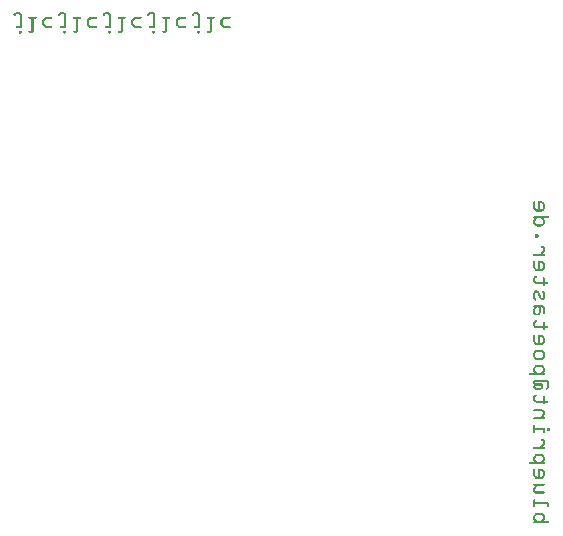
<source format=gbo>
G04 MADE WITH FRITZING*
G04 WWW.FRITZING.ORG*
G04 DOUBLE SIDED*
G04 HOLES PLATED*
G04 CONTOUR ON CENTER OF CONTOUR VECTOR*
%FSLAX26Y26*%
%MOIN*%
%ADD10R,0.001000X0.001000*%
G04 SILK0*
%FSLAX26Y26*%
%MOIN*%
D10*
X1183500Y1769430D02*
X1196500Y1769430D01*
X1331500Y1769430D02*
X1345500Y1769430D01*
X1480500Y1769430D02*
X1493500Y1769430D01*
X1628500Y1769430D02*
X1642500Y1769430D01*
X1777500Y1769430D02*
X1790500Y1769430D01*
X1181500Y1768430D02*
X1198500Y1768430D01*
X1329500Y1768430D02*
X1346500Y1768430D01*
X1478500Y1768430D02*
X1495500Y1768430D01*
X1626500Y1768430D02*
X1643500Y1768430D01*
X1775500Y1768430D02*
X1792500Y1768430D01*
X1180500Y1767430D02*
X1199500Y1767430D01*
X1328500Y1767430D02*
X1348500Y1767430D01*
X1477500Y1767430D02*
X1496500Y1767430D01*
X1625500Y1767430D02*
X1645500Y1767430D01*
X1774500Y1767430D02*
X1793500Y1767430D01*
X1178500Y1766430D02*
X1200500Y1766430D01*
X1327500Y1766430D02*
X1349500Y1766430D01*
X1476500Y1766430D02*
X1497500Y1766430D01*
X1624500Y1766430D02*
X1646500Y1766430D01*
X1773500Y1766430D02*
X1794500Y1766430D01*
X1178500Y1765430D02*
X1201500Y1765430D01*
X1326500Y1765430D02*
X1349500Y1765430D01*
X1475500Y1765430D02*
X1498500Y1765430D01*
X1623500Y1765430D02*
X1646500Y1765430D01*
X1772500Y1765430D02*
X1795500Y1765430D01*
X1177500Y1764430D02*
X1201500Y1764430D01*
X1326500Y1764430D02*
X1350500Y1764430D01*
X1474500Y1764430D02*
X1498500Y1764430D01*
X1623500Y1764430D02*
X1647500Y1764430D01*
X1771500Y1764430D02*
X1795500Y1764430D01*
X1177500Y1763430D02*
X1202500Y1763430D01*
X1325500Y1763430D02*
X1350500Y1763430D01*
X1474500Y1763430D02*
X1499500Y1763430D01*
X1622500Y1763430D02*
X1647500Y1763430D01*
X1771500Y1763430D02*
X1796500Y1763430D01*
X1176500Y1762430D02*
X1183500Y1762430D01*
X1195500Y1762430D02*
X1202500Y1762430D01*
X1325500Y1762430D02*
X1332500Y1762430D01*
X1344500Y1762430D02*
X1351500Y1762430D01*
X1473500Y1762430D02*
X1480500Y1762430D01*
X1492500Y1762430D02*
X1499500Y1762430D01*
X1622500Y1762430D02*
X1629500Y1762430D01*
X1641500Y1762430D02*
X1648500Y1762430D01*
X1770500Y1762430D02*
X1777500Y1762430D01*
X1789500Y1762430D02*
X1796500Y1762430D01*
X1176500Y1761430D02*
X1182500Y1761430D01*
X1196500Y1761430D02*
X1202500Y1761430D01*
X1325500Y1761430D02*
X1331500Y1761430D01*
X1345500Y1761430D02*
X1351500Y1761430D01*
X1473500Y1761430D02*
X1479500Y1761430D01*
X1493500Y1761430D02*
X1499500Y1761430D01*
X1622500Y1761430D02*
X1628500Y1761430D01*
X1642500Y1761430D02*
X1648500Y1761430D01*
X1770500Y1761430D02*
X1777500Y1761430D01*
X1790500Y1761430D02*
X1796500Y1761430D01*
X1176500Y1760430D02*
X1182500Y1760430D01*
X1197500Y1760430D02*
X1202500Y1760430D01*
X1325500Y1760430D02*
X1330500Y1760430D01*
X1345500Y1760430D02*
X1351500Y1760430D01*
X1473500Y1760430D02*
X1479500Y1760430D01*
X1494500Y1760430D02*
X1499500Y1760430D01*
X1622500Y1760430D02*
X1628500Y1760430D01*
X1642500Y1760430D02*
X1648500Y1760430D01*
X1770500Y1760430D02*
X1776500Y1760430D01*
X1791500Y1760430D02*
X1796500Y1760430D01*
X1177500Y1759430D02*
X1182500Y1759430D01*
X1197500Y1759430D02*
X1202500Y1759430D01*
X1325500Y1759430D02*
X1330500Y1759430D01*
X1345500Y1759430D02*
X1351500Y1759430D01*
X1474500Y1759430D02*
X1479500Y1759430D01*
X1494500Y1759430D02*
X1500500Y1759430D01*
X1622500Y1759430D02*
X1627500Y1759430D01*
X1642500Y1759430D02*
X1648500Y1759430D01*
X1771500Y1759430D02*
X1776500Y1759430D01*
X1791500Y1759430D02*
X1797500Y1759430D01*
X1177500Y1758430D02*
X1181500Y1758430D01*
X1197500Y1758430D02*
X1202500Y1758430D01*
X1326500Y1758430D02*
X1329500Y1758430D01*
X1345500Y1758430D02*
X1351500Y1758430D01*
X1474500Y1758430D02*
X1478500Y1758430D01*
X1494500Y1758430D02*
X1500500Y1758430D01*
X1623500Y1758430D02*
X1626500Y1758430D01*
X1642500Y1758430D02*
X1648500Y1758430D01*
X1771500Y1758430D02*
X1775500Y1758430D01*
X1791500Y1758430D02*
X1797500Y1758430D01*
X1197500Y1757430D02*
X1202500Y1757430D01*
X1345500Y1757430D02*
X1351500Y1757430D01*
X1494500Y1757430D02*
X1500500Y1757430D01*
X1642500Y1757430D02*
X1648500Y1757430D01*
X1791500Y1757430D02*
X1797500Y1757430D01*
X1197500Y1756430D02*
X1202500Y1756430D01*
X1345500Y1756430D02*
X1351500Y1756430D01*
X1494500Y1756430D02*
X1500500Y1756430D01*
X1642500Y1756430D02*
X1648500Y1756430D01*
X1791500Y1756430D02*
X1797500Y1756430D01*
X1197500Y1755430D02*
X1202500Y1755430D01*
X1228500Y1755430D02*
X1250500Y1755430D01*
X1286500Y1755430D02*
X1302500Y1755430D01*
X1345500Y1755430D02*
X1351500Y1755430D01*
X1377500Y1755430D02*
X1398500Y1755430D01*
X1434500Y1755430D02*
X1451500Y1755430D01*
X1494500Y1755430D02*
X1500500Y1755430D01*
X1525500Y1755430D02*
X1547500Y1755430D01*
X1583500Y1755430D02*
X1599500Y1755430D01*
X1642500Y1755430D02*
X1648500Y1755430D01*
X1674500Y1755430D02*
X1695500Y1755430D01*
X1732500Y1755430D02*
X1748500Y1755430D01*
X1791500Y1755430D02*
X1797500Y1755430D01*
X1822500Y1755430D02*
X1844500Y1755430D01*
X1880500Y1755430D02*
X1897500Y1755430D01*
X1197500Y1754430D02*
X1202500Y1754430D01*
X1227500Y1754430D02*
X1251500Y1754430D01*
X1283500Y1754430D02*
X1304500Y1754430D01*
X1345500Y1754430D02*
X1351500Y1754430D01*
X1375500Y1754430D02*
X1400500Y1754430D01*
X1432500Y1754430D02*
X1452500Y1754430D01*
X1494500Y1754430D02*
X1500500Y1754430D01*
X1524500Y1754430D02*
X1548500Y1754430D01*
X1580500Y1754430D02*
X1601500Y1754430D01*
X1642500Y1754430D02*
X1648500Y1754430D01*
X1672500Y1754430D02*
X1697500Y1754430D01*
X1729500Y1754430D02*
X1750500Y1754430D01*
X1791500Y1754430D02*
X1797500Y1754430D01*
X1821500Y1754430D02*
X1845500Y1754430D01*
X1877500Y1754430D02*
X1898500Y1754430D01*
X1197500Y1753430D02*
X1202500Y1753430D01*
X1226500Y1753430D02*
X1252500Y1753430D01*
X1282500Y1753430D02*
X1305500Y1753430D01*
X1345500Y1753430D02*
X1351500Y1753430D01*
X1374500Y1753430D02*
X1400500Y1753430D01*
X1430500Y1753430D02*
X1453500Y1753430D01*
X1494500Y1753430D02*
X1500500Y1753430D01*
X1523500Y1753430D02*
X1549500Y1753430D01*
X1579500Y1753430D02*
X1602500Y1753430D01*
X1642500Y1753430D02*
X1648500Y1753430D01*
X1672500Y1753430D02*
X1697500Y1753430D01*
X1727500Y1753430D02*
X1750500Y1753430D01*
X1791500Y1753430D02*
X1797500Y1753430D01*
X1820500Y1753430D02*
X1846500Y1753430D01*
X1876500Y1753430D02*
X1899500Y1753430D01*
X1197500Y1752430D02*
X1202500Y1752430D01*
X1226500Y1752430D02*
X1252500Y1752430D01*
X1280500Y1752430D02*
X1305500Y1752430D01*
X1345500Y1752430D02*
X1351500Y1752430D01*
X1374500Y1752430D02*
X1400500Y1752430D01*
X1429500Y1752430D02*
X1453500Y1752430D01*
X1494500Y1752430D02*
X1500500Y1752430D01*
X1523500Y1752430D02*
X1549500Y1752430D01*
X1577500Y1752430D02*
X1602500Y1752430D01*
X1642500Y1752430D02*
X1648500Y1752430D01*
X1671500Y1752430D02*
X1697500Y1752430D01*
X1726500Y1752430D02*
X1750500Y1752430D01*
X1791500Y1752430D02*
X1797500Y1752430D01*
X1820500Y1752430D02*
X1846500Y1752430D01*
X1874500Y1752430D02*
X1899500Y1752430D01*
X1197500Y1751430D02*
X1202500Y1751430D01*
X1226500Y1751430D02*
X1252500Y1751430D01*
X1279500Y1751430D02*
X1305500Y1751430D01*
X1345500Y1751430D02*
X1351500Y1751430D01*
X1374500Y1751430D02*
X1400500Y1751430D01*
X1428500Y1751430D02*
X1453500Y1751430D01*
X1494500Y1751430D02*
X1500500Y1751430D01*
X1523500Y1751430D02*
X1549500Y1751430D01*
X1576500Y1751430D02*
X1602500Y1751430D01*
X1642500Y1751430D02*
X1648500Y1751430D01*
X1671500Y1751430D02*
X1697500Y1751430D01*
X1725500Y1751430D02*
X1750500Y1751430D01*
X1791500Y1751430D02*
X1797500Y1751430D01*
X1820500Y1751430D02*
X1846500Y1751430D01*
X1873500Y1751430D02*
X1899500Y1751430D01*
X1197500Y1750430D02*
X1202500Y1750430D01*
X1226500Y1750430D02*
X1251500Y1750430D01*
X1278500Y1750430D02*
X1304500Y1750430D01*
X1345500Y1750430D02*
X1351500Y1750430D01*
X1375500Y1750430D02*
X1400500Y1750430D01*
X1427500Y1750430D02*
X1453500Y1750430D01*
X1494500Y1750430D02*
X1500500Y1750430D01*
X1523500Y1750430D02*
X1548500Y1750430D01*
X1575500Y1750430D02*
X1601500Y1750430D01*
X1642500Y1750430D02*
X1648500Y1750430D01*
X1672500Y1750430D02*
X1697500Y1750430D01*
X1724500Y1750430D02*
X1750500Y1750430D01*
X1791500Y1750430D02*
X1797500Y1750430D01*
X1820500Y1750430D02*
X1845500Y1750430D01*
X1872500Y1750430D02*
X1898500Y1750430D01*
X1197500Y1749430D02*
X1202500Y1749430D01*
X1227500Y1749430D02*
X1250500Y1749430D01*
X1277500Y1749430D02*
X1303500Y1749430D01*
X1345500Y1749430D02*
X1351500Y1749430D01*
X1376500Y1749430D02*
X1399500Y1749430D01*
X1425500Y1749430D02*
X1452500Y1749430D01*
X1494500Y1749430D02*
X1500500Y1749430D01*
X1524500Y1749430D02*
X1547500Y1749430D01*
X1574500Y1749430D02*
X1600500Y1749430D01*
X1642500Y1749430D02*
X1648500Y1749430D01*
X1673500Y1749430D02*
X1696500Y1749430D01*
X1722500Y1749430D02*
X1749500Y1749430D01*
X1791500Y1749430D02*
X1797500Y1749430D01*
X1821500Y1749430D02*
X1845500Y1749430D01*
X1871500Y1749430D02*
X1897500Y1749430D01*
X1197500Y1748430D02*
X1202500Y1748430D01*
X1236500Y1748430D02*
X1242500Y1748430D01*
X1276500Y1748430D02*
X1286500Y1748430D01*
X1345500Y1748430D02*
X1351500Y1748430D01*
X1384500Y1748430D02*
X1390500Y1748430D01*
X1424500Y1748430D02*
X1434500Y1748430D01*
X1494500Y1748430D02*
X1500500Y1748430D01*
X1533500Y1748430D02*
X1539500Y1748430D01*
X1573500Y1748430D02*
X1583500Y1748430D01*
X1642500Y1748430D02*
X1648500Y1748430D01*
X1681500Y1748430D02*
X1687500Y1748430D01*
X1721500Y1748430D02*
X1731500Y1748430D01*
X1791500Y1748430D02*
X1797500Y1748430D01*
X1830500Y1748430D02*
X1836500Y1748430D01*
X1870500Y1748430D02*
X1880500Y1748430D01*
X1197500Y1747430D02*
X1202500Y1747430D01*
X1236500Y1747430D02*
X1242500Y1747430D01*
X1275500Y1747430D02*
X1284500Y1747430D01*
X1345500Y1747430D02*
X1351500Y1747430D01*
X1384500Y1747430D02*
X1390500Y1747430D01*
X1423500Y1747430D02*
X1433500Y1747430D01*
X1494500Y1747430D02*
X1500500Y1747430D01*
X1533500Y1747430D02*
X1539500Y1747430D01*
X1572500Y1747430D02*
X1581500Y1747430D01*
X1642500Y1747430D02*
X1648500Y1747430D01*
X1681500Y1747430D02*
X1687500Y1747430D01*
X1720500Y1747430D02*
X1730500Y1747430D01*
X1791500Y1747430D02*
X1797500Y1747430D01*
X1830500Y1747430D02*
X1836500Y1747430D01*
X1869500Y1747430D02*
X1878500Y1747430D01*
X1197500Y1746430D02*
X1202500Y1746430D01*
X1236500Y1746430D02*
X1242500Y1746430D01*
X1274500Y1746430D02*
X1283500Y1746430D01*
X1345500Y1746430D02*
X1351500Y1746430D01*
X1384500Y1746430D02*
X1390500Y1746430D01*
X1422500Y1746430D02*
X1432500Y1746430D01*
X1494500Y1746430D02*
X1500500Y1746430D01*
X1533500Y1746430D02*
X1539500Y1746430D01*
X1571500Y1746430D02*
X1580500Y1746430D01*
X1642500Y1746430D02*
X1648500Y1746430D01*
X1681500Y1746430D02*
X1687500Y1746430D01*
X1719500Y1746430D02*
X1729500Y1746430D01*
X1791500Y1746430D02*
X1797500Y1746430D01*
X1830500Y1746430D02*
X1836500Y1746430D01*
X1868500Y1746430D02*
X1877500Y1746430D01*
X1197500Y1745430D02*
X1202500Y1745430D01*
X1236500Y1745430D02*
X1242500Y1745430D01*
X1273500Y1745430D02*
X1282500Y1745430D01*
X1345500Y1745430D02*
X1351500Y1745430D01*
X1384500Y1745430D02*
X1390500Y1745430D01*
X1422500Y1745430D02*
X1430500Y1745430D01*
X1494500Y1745430D02*
X1500500Y1745430D01*
X1533500Y1745430D02*
X1539500Y1745430D01*
X1570500Y1745430D02*
X1579500Y1745430D01*
X1642500Y1745430D02*
X1648500Y1745430D01*
X1681500Y1745430D02*
X1687500Y1745430D01*
X1719500Y1745430D02*
X1727500Y1745430D01*
X1791500Y1745430D02*
X1797500Y1745430D01*
X1830500Y1745430D02*
X1836500Y1745430D01*
X1867500Y1745430D02*
X1876500Y1745430D01*
X1197500Y1744430D02*
X1202500Y1744430D01*
X1236500Y1744430D02*
X1242500Y1744430D01*
X1273500Y1744430D02*
X1281500Y1744430D01*
X1345500Y1744430D02*
X1351500Y1744430D01*
X1384500Y1744430D02*
X1390500Y1744430D01*
X1421500Y1744430D02*
X1429500Y1744430D01*
X1494500Y1744430D02*
X1500500Y1744430D01*
X1533500Y1744430D02*
X1539500Y1744430D01*
X1570500Y1744430D02*
X1578500Y1744430D01*
X1642500Y1744430D02*
X1648500Y1744430D01*
X1681500Y1744430D02*
X1687500Y1744430D01*
X1718500Y1744430D02*
X1726500Y1744430D01*
X1791500Y1744430D02*
X1797500Y1744430D01*
X1830500Y1744430D02*
X1836500Y1744430D01*
X1867500Y1744430D02*
X1875500Y1744430D01*
X1197500Y1743430D02*
X1202500Y1743430D01*
X1236500Y1743430D02*
X1242500Y1743430D01*
X1272500Y1743430D02*
X1279500Y1743430D01*
X1345500Y1743430D02*
X1351500Y1743430D01*
X1384500Y1743430D02*
X1390500Y1743430D01*
X1421500Y1743430D02*
X1428500Y1743430D01*
X1494500Y1743430D02*
X1500500Y1743430D01*
X1533500Y1743430D02*
X1539500Y1743430D01*
X1569500Y1743430D02*
X1577500Y1743430D01*
X1642500Y1743430D02*
X1648500Y1743430D01*
X1681500Y1743430D02*
X1687500Y1743430D01*
X1718500Y1743430D02*
X1725500Y1743430D01*
X1791500Y1743430D02*
X1797500Y1743430D01*
X1830500Y1743430D02*
X1836500Y1743430D01*
X1866500Y1743430D02*
X1874500Y1743430D01*
X1197500Y1742430D02*
X1202500Y1742430D01*
X1236500Y1742430D02*
X1242500Y1742430D01*
X1272500Y1742430D02*
X1279500Y1742430D01*
X1345500Y1742430D02*
X1351500Y1742430D01*
X1384500Y1742430D02*
X1390500Y1742430D01*
X1421500Y1742430D02*
X1427500Y1742430D01*
X1494500Y1742430D02*
X1500500Y1742430D01*
X1533500Y1742430D02*
X1539500Y1742430D01*
X1569500Y1742430D02*
X1576500Y1742430D01*
X1642500Y1742430D02*
X1648500Y1742430D01*
X1681500Y1742430D02*
X1687500Y1742430D01*
X1718500Y1742430D02*
X1724500Y1742430D01*
X1791500Y1742430D02*
X1797500Y1742430D01*
X1830500Y1742430D02*
X1836500Y1742430D01*
X1866500Y1742430D02*
X1873500Y1742430D01*
X1197500Y1741430D02*
X1202500Y1741430D01*
X1236500Y1741430D02*
X1242500Y1741430D01*
X1272500Y1741430D02*
X1278500Y1741430D01*
X1345500Y1741430D02*
X1351500Y1741430D01*
X1384500Y1741430D02*
X1390500Y1741430D01*
X1420500Y1741430D02*
X1426500Y1741430D01*
X1494500Y1741430D02*
X1500500Y1741430D01*
X1533500Y1741430D02*
X1539500Y1741430D01*
X1569500Y1741430D02*
X1575500Y1741430D01*
X1642500Y1741430D02*
X1648500Y1741430D01*
X1681500Y1741430D02*
X1687500Y1741430D01*
X1717500Y1741430D02*
X1724500Y1741430D01*
X1791500Y1741430D02*
X1797500Y1741430D01*
X1830500Y1741430D02*
X1836500Y1741430D01*
X1866500Y1741430D02*
X1872500Y1741430D01*
X1197500Y1740430D02*
X1202500Y1740430D01*
X1236500Y1740430D02*
X1242500Y1740430D01*
X1272500Y1740430D02*
X1278500Y1740430D01*
X1345500Y1740430D02*
X1351500Y1740430D01*
X1384500Y1740430D02*
X1390500Y1740430D01*
X1420500Y1740430D02*
X1426500Y1740430D01*
X1494500Y1740430D02*
X1500500Y1740430D01*
X1533500Y1740430D02*
X1539500Y1740430D01*
X1569500Y1740430D02*
X1575500Y1740430D01*
X1642500Y1740430D02*
X1648500Y1740430D01*
X1681500Y1740430D02*
X1687500Y1740430D01*
X1717500Y1740430D02*
X1723500Y1740430D01*
X1791500Y1740430D02*
X1797500Y1740430D01*
X1830500Y1740430D02*
X1836500Y1740430D01*
X1866500Y1740430D02*
X1872500Y1740430D01*
X1197500Y1739430D02*
X1202500Y1739430D01*
X1236500Y1739430D02*
X1242500Y1739430D01*
X1272500Y1739430D02*
X1278500Y1739430D01*
X1345500Y1739430D02*
X1351500Y1739430D01*
X1384500Y1739430D02*
X1390500Y1739430D01*
X1420500Y1739430D02*
X1426500Y1739430D01*
X1494500Y1739430D02*
X1500500Y1739430D01*
X1533500Y1739430D02*
X1539500Y1739430D01*
X1569500Y1739430D02*
X1575500Y1739430D01*
X1642500Y1739430D02*
X1648500Y1739430D01*
X1681500Y1739430D02*
X1687500Y1739430D01*
X1717500Y1739430D02*
X1723500Y1739430D01*
X1791500Y1739430D02*
X1797500Y1739430D01*
X1830500Y1739430D02*
X1836500Y1739430D01*
X1866500Y1739430D02*
X1872500Y1739430D01*
X1197500Y1738430D02*
X1202500Y1738430D01*
X1236500Y1738430D02*
X1242500Y1738430D01*
X1272500Y1738430D02*
X1278500Y1738430D01*
X1345500Y1738430D02*
X1351500Y1738430D01*
X1384500Y1738430D02*
X1390500Y1738430D01*
X1420500Y1738430D02*
X1426500Y1738430D01*
X1494500Y1738430D02*
X1500500Y1738430D01*
X1533500Y1738430D02*
X1539500Y1738430D01*
X1569500Y1738430D02*
X1575500Y1738430D01*
X1642500Y1738430D02*
X1648500Y1738430D01*
X1681500Y1738430D02*
X1687500Y1738430D01*
X1717500Y1738430D02*
X1723500Y1738430D01*
X1791500Y1738430D02*
X1797500Y1738430D01*
X1830500Y1738430D02*
X1836500Y1738430D01*
X1866500Y1738430D02*
X1872500Y1738430D01*
X1197500Y1737430D02*
X1202500Y1737430D01*
X1236500Y1737430D02*
X1242500Y1737430D01*
X1272500Y1737430D02*
X1278500Y1737430D01*
X1345500Y1737430D02*
X1351500Y1737430D01*
X1384500Y1737430D02*
X1390500Y1737430D01*
X1420500Y1737430D02*
X1426500Y1737430D01*
X1494500Y1737430D02*
X1500500Y1737430D01*
X1533500Y1737430D02*
X1539500Y1737430D01*
X1569500Y1737430D02*
X1575500Y1737430D01*
X1642500Y1737430D02*
X1648500Y1737430D01*
X1681500Y1737430D02*
X1687500Y1737430D01*
X1717500Y1737430D02*
X1723500Y1737430D01*
X1791500Y1737430D02*
X1797500Y1737430D01*
X1830500Y1737430D02*
X1836500Y1737430D01*
X1866500Y1737430D02*
X1872500Y1737430D01*
X1197500Y1736430D02*
X1202500Y1736430D01*
X1236500Y1736430D02*
X1242500Y1736430D01*
X1272500Y1736430D02*
X1278500Y1736430D01*
X1345500Y1736430D02*
X1351500Y1736430D01*
X1384500Y1736430D02*
X1390500Y1736430D01*
X1420500Y1736430D02*
X1426500Y1736430D01*
X1494500Y1736430D02*
X1500500Y1736430D01*
X1533500Y1736430D02*
X1539500Y1736430D01*
X1569500Y1736430D02*
X1575500Y1736430D01*
X1642500Y1736430D02*
X1648500Y1736430D01*
X1681500Y1736430D02*
X1687500Y1736430D01*
X1717500Y1736430D02*
X1723500Y1736430D01*
X1791500Y1736430D02*
X1797500Y1736430D01*
X1830500Y1736430D02*
X1836500Y1736430D01*
X1866500Y1736430D02*
X1872500Y1736430D01*
X1197500Y1735430D02*
X1202500Y1735430D01*
X1236500Y1735430D02*
X1242500Y1735430D01*
X1272500Y1735430D02*
X1278500Y1735430D01*
X1345500Y1735430D02*
X1351500Y1735430D01*
X1384500Y1735430D02*
X1390500Y1735430D01*
X1420500Y1735430D02*
X1426500Y1735430D01*
X1494500Y1735430D02*
X1500500Y1735430D01*
X1533500Y1735430D02*
X1539500Y1735430D01*
X1569500Y1735430D02*
X1575500Y1735430D01*
X1642500Y1735430D02*
X1648500Y1735430D01*
X1681500Y1735430D02*
X1687500Y1735430D01*
X1717500Y1735430D02*
X1723500Y1735430D01*
X1791500Y1735430D02*
X1797500Y1735430D01*
X1830500Y1735430D02*
X1836500Y1735430D01*
X1866500Y1735430D02*
X1872500Y1735430D01*
X1197500Y1734430D02*
X1202500Y1734430D01*
X1236500Y1734430D02*
X1242500Y1734430D01*
X1272500Y1734430D02*
X1278500Y1734430D01*
X1345500Y1734430D02*
X1351500Y1734430D01*
X1384500Y1734430D02*
X1390500Y1734430D01*
X1420500Y1734430D02*
X1426500Y1734430D01*
X1494500Y1734430D02*
X1500500Y1734430D01*
X1533500Y1734430D02*
X1539500Y1734430D01*
X1569500Y1734430D02*
X1575500Y1734430D01*
X1642500Y1734430D02*
X1648500Y1734430D01*
X1681500Y1734430D02*
X1687500Y1734430D01*
X1717500Y1734430D02*
X1723500Y1734430D01*
X1791500Y1734430D02*
X1797500Y1734430D01*
X1830500Y1734430D02*
X1836500Y1734430D01*
X1866500Y1734430D02*
X1872500Y1734430D01*
X1197500Y1733430D02*
X1202500Y1733430D01*
X1236500Y1733430D02*
X1242500Y1733430D01*
X1272500Y1733430D02*
X1278500Y1733430D01*
X1345500Y1733430D02*
X1351500Y1733430D01*
X1384500Y1733430D02*
X1390500Y1733430D01*
X1420500Y1733430D02*
X1426500Y1733430D01*
X1494500Y1733430D02*
X1500500Y1733430D01*
X1533500Y1733430D02*
X1539500Y1733430D01*
X1569500Y1733430D02*
X1575500Y1733430D01*
X1642500Y1733430D02*
X1648500Y1733430D01*
X1681500Y1733430D02*
X1687500Y1733430D01*
X1717500Y1733430D02*
X1723500Y1733430D01*
X1791500Y1733430D02*
X1797500Y1733430D01*
X1830500Y1733430D02*
X1836500Y1733430D01*
X1866500Y1733430D02*
X1872500Y1733430D01*
X1197500Y1732430D02*
X1202500Y1732430D01*
X1236500Y1732430D02*
X1242500Y1732430D01*
X1272500Y1732430D02*
X1278500Y1732430D01*
X1345500Y1732430D02*
X1351500Y1732430D01*
X1384500Y1732430D02*
X1390500Y1732430D01*
X1420500Y1732430D02*
X1426500Y1732430D01*
X1494500Y1732430D02*
X1500500Y1732430D01*
X1533500Y1732430D02*
X1539500Y1732430D01*
X1569500Y1732430D02*
X1575500Y1732430D01*
X1642500Y1732430D02*
X1648500Y1732430D01*
X1681500Y1732430D02*
X1687500Y1732430D01*
X1717500Y1732430D02*
X1723500Y1732430D01*
X1791500Y1732430D02*
X1797500Y1732430D01*
X1830500Y1732430D02*
X1836500Y1732430D01*
X1866500Y1732430D02*
X1872500Y1732430D01*
X1197500Y1731430D02*
X1202500Y1731430D01*
X1236500Y1731430D02*
X1242500Y1731430D01*
X1272500Y1731430D02*
X1278500Y1731430D01*
X1345500Y1731430D02*
X1351500Y1731430D01*
X1384500Y1731430D02*
X1390500Y1731430D01*
X1420500Y1731430D02*
X1426500Y1731430D01*
X1494500Y1731430D02*
X1500500Y1731430D01*
X1533500Y1731430D02*
X1539500Y1731430D01*
X1569500Y1731430D02*
X1575500Y1731430D01*
X1642500Y1731430D02*
X1648500Y1731430D01*
X1681500Y1731430D02*
X1687500Y1731430D01*
X1717500Y1731430D02*
X1723500Y1731430D01*
X1791500Y1731430D02*
X1797500Y1731430D01*
X1830500Y1731430D02*
X1836500Y1731430D01*
X1866500Y1731430D02*
X1872500Y1731430D01*
X1197500Y1730430D02*
X1202500Y1730430D01*
X1236500Y1730430D02*
X1242500Y1730430D01*
X1272500Y1730430D02*
X1278500Y1730430D01*
X1345500Y1730430D02*
X1351500Y1730430D01*
X1384500Y1730430D02*
X1390500Y1730430D01*
X1420500Y1730430D02*
X1427500Y1730430D01*
X1494500Y1730430D02*
X1500500Y1730430D01*
X1533500Y1730430D02*
X1539500Y1730430D01*
X1569500Y1730430D02*
X1575500Y1730430D01*
X1642500Y1730430D02*
X1648500Y1730430D01*
X1681500Y1730430D02*
X1687500Y1730430D01*
X1718500Y1730430D02*
X1724500Y1730430D01*
X1791500Y1730430D02*
X1797500Y1730430D01*
X1830500Y1730430D02*
X1836500Y1730430D01*
X1866500Y1730430D02*
X1872500Y1730430D01*
X1197500Y1729430D02*
X1202500Y1729430D01*
X1236500Y1729430D02*
X1242500Y1729430D01*
X1272500Y1729430D02*
X1279500Y1729430D01*
X1345500Y1729430D02*
X1351500Y1729430D01*
X1384500Y1729430D02*
X1390500Y1729430D01*
X1421500Y1729430D02*
X1428500Y1729430D01*
X1494500Y1729430D02*
X1500500Y1729430D01*
X1533500Y1729430D02*
X1539500Y1729430D01*
X1569500Y1729430D02*
X1576500Y1729430D01*
X1642500Y1729430D02*
X1648500Y1729430D01*
X1681500Y1729430D02*
X1687500Y1729430D01*
X1718500Y1729430D02*
X1725500Y1729430D01*
X1791500Y1729430D02*
X1797500Y1729430D01*
X1830500Y1729430D02*
X1836500Y1729430D01*
X1866500Y1729430D02*
X1873500Y1729430D01*
X1197500Y1728430D02*
X1202500Y1728430D01*
X1236500Y1728430D02*
X1242500Y1728430D01*
X1272500Y1728430D02*
X1280500Y1728430D01*
X1345500Y1728430D02*
X1351500Y1728430D01*
X1384500Y1728430D02*
X1390500Y1728430D01*
X1421500Y1728430D02*
X1429500Y1728430D01*
X1494500Y1728430D02*
X1500500Y1728430D01*
X1533500Y1728430D02*
X1539500Y1728430D01*
X1570500Y1728430D02*
X1577500Y1728430D01*
X1642500Y1728430D02*
X1648500Y1728430D01*
X1681500Y1728430D02*
X1687500Y1728430D01*
X1718500Y1728430D02*
X1726500Y1728430D01*
X1791500Y1728430D02*
X1797500Y1728430D01*
X1830500Y1728430D02*
X1836500Y1728430D01*
X1867500Y1728430D02*
X1874500Y1728430D01*
X1197500Y1727430D02*
X1202500Y1727430D01*
X1236500Y1727430D02*
X1242500Y1727430D01*
X1273500Y1727430D02*
X1281500Y1727430D01*
X1345500Y1727430D02*
X1351500Y1727430D01*
X1384500Y1727430D02*
X1390500Y1727430D01*
X1421500Y1727430D02*
X1430500Y1727430D01*
X1494500Y1727430D02*
X1500500Y1727430D01*
X1533500Y1727430D02*
X1539500Y1727430D01*
X1570500Y1727430D02*
X1578500Y1727430D01*
X1642500Y1727430D02*
X1648500Y1727430D01*
X1681500Y1727430D02*
X1687500Y1727430D01*
X1718500Y1727430D02*
X1727500Y1727430D01*
X1791500Y1727430D02*
X1797500Y1727430D01*
X1830500Y1727430D02*
X1836500Y1727430D01*
X1867500Y1727430D02*
X1875500Y1727430D01*
X1197500Y1726430D02*
X1202500Y1726430D01*
X1236500Y1726430D02*
X1242500Y1726430D01*
X1274500Y1726430D02*
X1283500Y1726430D01*
X1345500Y1726430D02*
X1351500Y1726430D01*
X1384500Y1726430D02*
X1390500Y1726430D01*
X1422500Y1726430D02*
X1431500Y1726430D01*
X1494500Y1726430D02*
X1500500Y1726430D01*
X1533500Y1726430D02*
X1539500Y1726430D01*
X1571500Y1726430D02*
X1580500Y1726430D01*
X1642500Y1726430D02*
X1648500Y1726430D01*
X1681500Y1726430D02*
X1687500Y1726430D01*
X1719500Y1726430D02*
X1728500Y1726430D01*
X1791500Y1726430D02*
X1797500Y1726430D01*
X1830500Y1726430D02*
X1836500Y1726430D01*
X1868500Y1726430D02*
X1877500Y1726430D01*
X1197500Y1725430D02*
X1202500Y1725430D01*
X1236500Y1725430D02*
X1242500Y1725430D01*
X1274500Y1725430D02*
X1284500Y1725430D01*
X1345500Y1725430D02*
X1351500Y1725430D01*
X1384500Y1725430D02*
X1390500Y1725430D01*
X1423500Y1725430D02*
X1432500Y1725430D01*
X1494500Y1725430D02*
X1500500Y1725430D01*
X1533500Y1725430D02*
X1539500Y1725430D01*
X1571500Y1725430D02*
X1581500Y1725430D01*
X1642500Y1725430D02*
X1648500Y1725430D01*
X1681500Y1725430D02*
X1687500Y1725430D01*
X1720500Y1725430D02*
X1729500Y1725430D01*
X1791500Y1725430D02*
X1797500Y1725430D01*
X1830500Y1725430D02*
X1836500Y1725430D01*
X1868500Y1725430D02*
X1878500Y1725430D01*
X1197500Y1724430D02*
X1202500Y1724430D01*
X1236500Y1724430D02*
X1242500Y1724430D01*
X1275500Y1724430D02*
X1285500Y1724430D01*
X1345500Y1724430D02*
X1351500Y1724430D01*
X1384500Y1724430D02*
X1390500Y1724430D01*
X1424500Y1724430D02*
X1433500Y1724430D01*
X1494500Y1724430D02*
X1500500Y1724430D01*
X1533500Y1724430D02*
X1539500Y1724430D01*
X1572500Y1724430D02*
X1582500Y1724430D01*
X1642500Y1724430D02*
X1648500Y1724430D01*
X1681500Y1724430D02*
X1687500Y1724430D01*
X1721500Y1724430D02*
X1730500Y1724430D01*
X1791500Y1724430D02*
X1797500Y1724430D01*
X1830500Y1724430D02*
X1836500Y1724430D01*
X1869500Y1724430D02*
X1879500Y1724430D01*
X1185500Y1723430D02*
X1202500Y1723430D01*
X1236500Y1723430D02*
X1242500Y1723430D01*
X1276500Y1723430D02*
X1303500Y1723430D01*
X1334500Y1723430D02*
X1351500Y1723430D01*
X1384500Y1723430D02*
X1390500Y1723430D01*
X1425500Y1723430D02*
X1451500Y1723430D01*
X1482500Y1723430D02*
X1500500Y1723430D01*
X1533500Y1723430D02*
X1539500Y1723430D01*
X1573500Y1723430D02*
X1600500Y1723430D01*
X1631500Y1723430D02*
X1648500Y1723430D01*
X1681500Y1723430D02*
X1687500Y1723430D01*
X1722500Y1723430D02*
X1748500Y1723430D01*
X1779500Y1723430D02*
X1797500Y1723430D01*
X1830500Y1723430D02*
X1836500Y1723430D01*
X1870500Y1723430D02*
X1897500Y1723430D01*
X1184500Y1722430D02*
X1202500Y1722430D01*
X1236500Y1722430D02*
X1242500Y1722430D01*
X1277500Y1722430D02*
X1304500Y1722430D01*
X1332500Y1722430D02*
X1351500Y1722430D01*
X1384500Y1722430D02*
X1390500Y1722430D01*
X1426500Y1722430D02*
X1453500Y1722430D01*
X1481500Y1722430D02*
X1500500Y1722430D01*
X1533500Y1722430D02*
X1539500Y1722430D01*
X1574500Y1722430D02*
X1601500Y1722430D01*
X1629500Y1722430D02*
X1648500Y1722430D01*
X1681500Y1722430D02*
X1687500Y1722430D01*
X1723500Y1722430D02*
X1750500Y1722430D01*
X1778500Y1722430D02*
X1797500Y1722430D01*
X1830500Y1722430D02*
X1836500Y1722430D01*
X1871500Y1722430D02*
X1898500Y1722430D01*
X1183500Y1721430D02*
X1202500Y1721430D01*
X1236500Y1721430D02*
X1242500Y1721430D01*
X1278500Y1721430D02*
X1305500Y1721430D01*
X1332500Y1721430D02*
X1351500Y1721430D01*
X1384500Y1721430D02*
X1390500Y1721430D01*
X1427500Y1721430D02*
X1453500Y1721430D01*
X1480500Y1721430D02*
X1500500Y1721430D01*
X1533500Y1721430D02*
X1539500Y1721430D01*
X1575500Y1721430D02*
X1602500Y1721430D01*
X1629500Y1721430D02*
X1648500Y1721430D01*
X1681500Y1721430D02*
X1687500Y1721430D01*
X1724500Y1721430D02*
X1750500Y1721430D01*
X1777500Y1721430D02*
X1797500Y1721430D01*
X1830500Y1721430D02*
X1836500Y1721430D01*
X1872500Y1721430D02*
X1899500Y1721430D01*
X1183500Y1720430D02*
X1202500Y1720430D01*
X1236500Y1720430D02*
X1242500Y1720430D01*
X1279500Y1720430D02*
X1305500Y1720430D01*
X1332500Y1720430D02*
X1351500Y1720430D01*
X1384500Y1720430D02*
X1390500Y1720430D01*
X1428500Y1720430D02*
X1453500Y1720430D01*
X1480500Y1720430D02*
X1500500Y1720430D01*
X1533500Y1720430D02*
X1539500Y1720430D01*
X1576500Y1720430D02*
X1602500Y1720430D01*
X1629500Y1720430D02*
X1648500Y1720430D01*
X1681500Y1720430D02*
X1687500Y1720430D01*
X1725500Y1720430D02*
X1750500Y1720430D01*
X1777500Y1720430D02*
X1797500Y1720430D01*
X1830500Y1720430D02*
X1836500Y1720430D01*
X1873500Y1720430D02*
X1899500Y1720430D01*
X1183500Y1719430D02*
X1202500Y1719430D01*
X1236500Y1719430D02*
X1242500Y1719430D01*
X1281500Y1719430D02*
X1305500Y1719430D01*
X1332500Y1719430D02*
X1351500Y1719430D01*
X1384500Y1719430D02*
X1390500Y1719430D01*
X1429500Y1719430D02*
X1453500Y1719430D01*
X1480500Y1719430D02*
X1499500Y1719430D01*
X1533500Y1719430D02*
X1539500Y1719430D01*
X1578500Y1719430D02*
X1602500Y1719430D01*
X1629500Y1719430D02*
X1648500Y1719430D01*
X1681500Y1719430D02*
X1687500Y1719430D01*
X1726500Y1719430D02*
X1750500Y1719430D01*
X1777500Y1719430D02*
X1796500Y1719430D01*
X1830500Y1719430D02*
X1836500Y1719430D01*
X1875500Y1719430D02*
X1899500Y1719430D01*
X1184500Y1718430D02*
X1202500Y1718430D01*
X1236500Y1718430D02*
X1242500Y1718430D01*
X1282500Y1718430D02*
X1304500Y1718430D01*
X1332500Y1718430D02*
X1350500Y1718430D01*
X1384500Y1718430D02*
X1390500Y1718430D01*
X1431500Y1718430D02*
X1453500Y1718430D01*
X1481500Y1718430D02*
X1499500Y1718430D01*
X1533500Y1718430D02*
X1539500Y1718430D01*
X1579500Y1718430D02*
X1601500Y1718430D01*
X1629500Y1718430D02*
X1647500Y1718430D01*
X1681500Y1718430D02*
X1687500Y1718430D01*
X1728500Y1718430D02*
X1750500Y1718430D01*
X1778500Y1718430D02*
X1796500Y1718430D01*
X1830500Y1718430D02*
X1836500Y1718430D01*
X1876500Y1718430D02*
X1898500Y1718430D01*
X1184500Y1717430D02*
X1201500Y1717430D01*
X1236500Y1717430D02*
X1242500Y1717430D01*
X1284500Y1717430D02*
X1303500Y1717430D01*
X1333500Y1717430D02*
X1349500Y1717430D01*
X1384500Y1717430D02*
X1390500Y1717430D01*
X1433500Y1717430D02*
X1452500Y1717430D01*
X1482500Y1717430D02*
X1498500Y1717430D01*
X1533500Y1717430D02*
X1539500Y1717430D01*
X1581500Y1717430D02*
X1600500Y1717430D01*
X1630500Y1717430D02*
X1646500Y1717430D01*
X1681500Y1717430D02*
X1687500Y1717430D01*
X1730500Y1717430D02*
X1749500Y1717430D01*
X1779500Y1717430D02*
X1795500Y1717430D01*
X1830500Y1717430D02*
X1836500Y1717430D01*
X1878500Y1717430D02*
X1897500Y1717430D01*
X1236500Y1716430D02*
X1242500Y1716430D01*
X1384500Y1716430D02*
X1390500Y1716430D01*
X1533500Y1716430D02*
X1539500Y1716430D01*
X1681500Y1716430D02*
X1687500Y1716430D01*
X1830500Y1716430D02*
X1836500Y1716430D01*
X1236500Y1715430D02*
X1242500Y1715430D01*
X1384500Y1715430D02*
X1390500Y1715430D01*
X1533500Y1715430D02*
X1539500Y1715430D01*
X1681500Y1715430D02*
X1687500Y1715430D01*
X1830500Y1715430D02*
X1836500Y1715430D01*
X1236500Y1714430D02*
X1242500Y1714430D01*
X1384500Y1714430D02*
X1390500Y1714430D01*
X1533500Y1714430D02*
X1539500Y1714430D01*
X1681500Y1714430D02*
X1687500Y1714430D01*
X1830500Y1714430D02*
X1836500Y1714430D01*
X1236500Y1713430D02*
X1242500Y1713430D01*
X1384500Y1713430D02*
X1390500Y1713430D01*
X1533500Y1713430D02*
X1539500Y1713430D01*
X1681500Y1713430D02*
X1687500Y1713430D01*
X1830500Y1713430D02*
X1836500Y1713430D01*
X1236500Y1712430D02*
X1242500Y1712430D01*
X1384500Y1712430D02*
X1390500Y1712430D01*
X1533500Y1712430D02*
X1539500Y1712430D01*
X1681500Y1712430D02*
X1687500Y1712430D01*
X1830500Y1712430D02*
X1836500Y1712430D01*
X1236500Y1711430D02*
X1242500Y1711430D01*
X1384500Y1711430D02*
X1390500Y1711430D01*
X1533500Y1711430D02*
X1539500Y1711430D01*
X1681500Y1711430D02*
X1687500Y1711430D01*
X1830500Y1711430D02*
X1836500Y1711430D01*
X1236500Y1710430D02*
X1242500Y1710430D01*
X1384500Y1710430D02*
X1390500Y1710430D01*
X1533500Y1710430D02*
X1539500Y1710430D01*
X1681500Y1710430D02*
X1687500Y1710430D01*
X1830500Y1710430D02*
X1836500Y1710430D01*
X1236500Y1709430D02*
X1242500Y1709430D01*
X1384500Y1709430D02*
X1390500Y1709430D01*
X1533500Y1709430D02*
X1539500Y1709430D01*
X1681500Y1709430D02*
X1687500Y1709430D01*
X1830500Y1709430D02*
X1836500Y1709430D01*
X1195500Y1708430D02*
X1201500Y1708430D01*
X1227500Y1708430D02*
X1242500Y1708430D01*
X1343500Y1708430D02*
X1350500Y1708430D01*
X1376500Y1708430D02*
X1390500Y1708430D01*
X1492500Y1708430D02*
X1498500Y1708430D01*
X1524500Y1708430D02*
X1539500Y1708430D01*
X1640500Y1708430D02*
X1647500Y1708430D01*
X1673500Y1708430D02*
X1687500Y1708430D01*
X1789500Y1708430D02*
X1795500Y1708430D01*
X1821500Y1708430D02*
X1836500Y1708430D01*
X1194500Y1707430D02*
X1202500Y1707430D01*
X1226500Y1707430D02*
X1242500Y1707430D01*
X1342500Y1707430D02*
X1350500Y1707430D01*
X1375500Y1707430D02*
X1390500Y1707430D01*
X1491500Y1707430D02*
X1499500Y1707430D01*
X1523500Y1707430D02*
X1539500Y1707430D01*
X1639500Y1707430D02*
X1647500Y1707430D01*
X1672500Y1707430D02*
X1687500Y1707430D01*
X1788500Y1707430D02*
X1796500Y1707430D01*
X1820500Y1707430D02*
X1836500Y1707430D01*
X1193500Y1706430D02*
X1202500Y1706430D01*
X1226500Y1706430D02*
X1242500Y1706430D01*
X1342500Y1706430D02*
X1351500Y1706430D01*
X1374500Y1706430D02*
X1390500Y1706430D01*
X1490500Y1706430D02*
X1499500Y1706430D01*
X1523500Y1706430D02*
X1539500Y1706430D01*
X1639500Y1706430D02*
X1648500Y1706430D01*
X1671500Y1706430D02*
X1687500Y1706430D01*
X1787500Y1706430D02*
X1796500Y1706430D01*
X1820500Y1706430D02*
X1836500Y1706430D01*
X1193500Y1705430D02*
X1202500Y1705430D01*
X1226500Y1705430D02*
X1242500Y1705430D01*
X1342500Y1705430D02*
X1351500Y1705430D01*
X1374500Y1705430D02*
X1390500Y1705430D01*
X1490500Y1705430D02*
X1500500Y1705430D01*
X1523500Y1705430D02*
X1539500Y1705430D01*
X1639500Y1705430D02*
X1648500Y1705430D01*
X1671500Y1705430D02*
X1687500Y1705430D01*
X1787500Y1705430D02*
X1797500Y1705430D01*
X1820500Y1705430D02*
X1836500Y1705430D01*
X1193500Y1704430D02*
X1202500Y1704430D01*
X1226500Y1704430D02*
X1241500Y1704430D01*
X1342500Y1704430D02*
X1351500Y1704430D01*
X1374500Y1704430D02*
X1390500Y1704430D01*
X1490500Y1704430D02*
X1500500Y1704430D01*
X1523500Y1704430D02*
X1539500Y1704430D01*
X1639500Y1704430D02*
X1648500Y1704430D01*
X1672500Y1704430D02*
X1687500Y1704430D01*
X1787500Y1704430D02*
X1797500Y1704430D01*
X1820500Y1704430D02*
X1836500Y1704430D01*
X1193500Y1703430D02*
X1202500Y1703430D01*
X1227500Y1703430D02*
X1241500Y1703430D01*
X1342500Y1703430D02*
X1351500Y1703430D01*
X1375500Y1703430D02*
X1389500Y1703430D01*
X1490500Y1703430D02*
X1500500Y1703430D01*
X1524500Y1703430D02*
X1538500Y1703430D01*
X1639500Y1703430D02*
X1648500Y1703430D01*
X1672500Y1703430D02*
X1686500Y1703430D01*
X1787500Y1703430D02*
X1797500Y1703430D01*
X1821500Y1703430D02*
X1835500Y1703430D01*
X1193500Y1702430D02*
X1202500Y1702430D01*
X1228500Y1702430D02*
X1239500Y1702430D01*
X1342500Y1702430D02*
X1351500Y1702430D01*
X1377500Y1702430D02*
X1388500Y1702430D01*
X1490500Y1702430D02*
X1499500Y1702430D01*
X1525500Y1702430D02*
X1536500Y1702430D01*
X1639500Y1702430D02*
X1648500Y1702430D01*
X1674500Y1702430D02*
X1685500Y1702430D01*
X1787500Y1702430D02*
X1796500Y1702430D01*
X1822500Y1702430D02*
X1833500Y1702430D01*
X1193500Y1701430D02*
X1202500Y1701430D01*
X1342500Y1701430D02*
X1351500Y1701430D01*
X1490500Y1701430D02*
X1499500Y1701430D01*
X1639500Y1701430D02*
X1648500Y1701430D01*
X1788500Y1701430D02*
X1796500Y1701430D01*
X1194500Y1700430D02*
X1201500Y1700430D01*
X1343500Y1700430D02*
X1350500Y1700430D01*
X1491500Y1700430D02*
X1498500Y1700430D01*
X1640500Y1700430D02*
X1647500Y1700430D01*
X1788500Y1700430D02*
X1796500Y1700430D01*
X1196500Y1699430D02*
X1199500Y1699430D01*
X1345500Y1699430D02*
X1348500Y1699430D01*
X1493500Y1699430D02*
X1496500Y1699430D01*
X1642500Y1699430D02*
X1645500Y1699430D01*
X1790500Y1699430D02*
X1793500Y1699430D01*
X2910500Y1139430D02*
X2913500Y1139430D01*
X2926500Y1139430D02*
X2937500Y1139430D01*
X2909500Y1138430D02*
X2914500Y1138430D01*
X2925500Y1138430D02*
X2939500Y1138430D01*
X2909500Y1137430D02*
X2914500Y1137430D01*
X2925500Y1137430D02*
X2941500Y1137430D01*
X2909500Y1136430D02*
X2915500Y1136430D01*
X2925500Y1136430D02*
X2942500Y1136430D01*
X2909500Y1135430D02*
X2915500Y1135430D01*
X2925500Y1135430D02*
X2943500Y1135430D01*
X2909500Y1134430D02*
X2915500Y1134430D01*
X2925500Y1134430D02*
X2944500Y1134430D01*
X2909500Y1133430D02*
X2915500Y1133430D01*
X2925500Y1133430D02*
X2945500Y1133430D01*
X2909500Y1132430D02*
X2915500Y1132430D01*
X2925500Y1132430D02*
X2931500Y1132430D01*
X2937500Y1132430D02*
X2945500Y1132430D01*
X2909500Y1131430D02*
X2915500Y1131430D01*
X2925500Y1131430D02*
X2931500Y1131430D01*
X2938500Y1131430D02*
X2946500Y1131430D01*
X2909500Y1130430D02*
X2915500Y1130430D01*
X2925500Y1130430D02*
X2931500Y1130430D01*
X2939500Y1130430D02*
X2946500Y1130430D01*
X2909500Y1129430D02*
X2915500Y1129430D01*
X2925500Y1129430D02*
X2931500Y1129430D01*
X2940500Y1129430D02*
X2946500Y1129430D01*
X2909500Y1128430D02*
X2915500Y1128430D01*
X2925500Y1128430D02*
X2931500Y1128430D01*
X2940500Y1128430D02*
X2946500Y1128430D01*
X2909500Y1127430D02*
X2915500Y1127430D01*
X2925500Y1127430D02*
X2931500Y1127430D01*
X2941500Y1127430D02*
X2947500Y1127430D01*
X2909500Y1126430D02*
X2915500Y1126430D01*
X2925500Y1126430D02*
X2931500Y1126430D01*
X2941500Y1126430D02*
X2947500Y1126430D01*
X2909500Y1125430D02*
X2915500Y1125430D01*
X2925500Y1125430D02*
X2931500Y1125430D01*
X2941500Y1125430D02*
X2947500Y1125430D01*
X2909500Y1124430D02*
X2915500Y1124430D01*
X2925500Y1124430D02*
X2931500Y1124430D01*
X2941500Y1124430D02*
X2947500Y1124430D01*
X2909500Y1123430D02*
X2915500Y1123430D01*
X2925500Y1123430D02*
X2931500Y1123430D01*
X2941500Y1123430D02*
X2947500Y1123430D01*
X2909500Y1122430D02*
X2915500Y1122430D01*
X2925500Y1122430D02*
X2931500Y1122430D01*
X2941500Y1122430D02*
X2947500Y1122430D01*
X2909500Y1121430D02*
X2915500Y1121430D01*
X2925500Y1121430D02*
X2931500Y1121430D01*
X2941500Y1121430D02*
X2947500Y1121430D01*
X2909500Y1120430D02*
X2915500Y1120430D01*
X2925500Y1120430D02*
X2931500Y1120430D01*
X2941500Y1120430D02*
X2947500Y1120430D01*
X2909500Y1119430D02*
X2915500Y1119430D01*
X2925500Y1119430D02*
X2931500Y1119430D01*
X2941500Y1119430D02*
X2947500Y1119430D01*
X2909500Y1118430D02*
X2915500Y1118430D01*
X2925500Y1118430D02*
X2931500Y1118430D01*
X2941500Y1118430D02*
X2947500Y1118430D01*
X2909500Y1117430D02*
X2915500Y1117430D01*
X2925500Y1117430D02*
X2931500Y1117430D01*
X2940500Y1117430D02*
X2946500Y1117430D01*
X2909500Y1116430D02*
X2916500Y1116430D01*
X2925500Y1116430D02*
X2931500Y1116430D01*
X2940500Y1116430D02*
X2946500Y1116430D01*
X2909500Y1115430D02*
X2916500Y1115430D01*
X2925500Y1115430D02*
X2931500Y1115430D01*
X2939500Y1115430D02*
X2946500Y1115430D01*
X2910500Y1114430D02*
X2917500Y1114430D01*
X2925500Y1114430D02*
X2931500Y1114430D01*
X2938500Y1114430D02*
X2946500Y1114430D01*
X2910500Y1113430D02*
X2918500Y1113430D01*
X2925500Y1113430D02*
X2931500Y1113430D01*
X2937500Y1113430D02*
X2945500Y1113430D01*
X2911500Y1112430D02*
X2945500Y1112430D01*
X2912500Y1111430D02*
X2944500Y1111430D01*
X2913500Y1110430D02*
X2943500Y1110430D01*
X2913500Y1109430D02*
X2942500Y1109430D01*
X2914500Y1108430D02*
X2941500Y1108430D01*
X2916500Y1107430D02*
X2939500Y1107430D01*
X2918500Y1106430D02*
X2937500Y1106430D01*
X2913500Y1090430D02*
X2957500Y1090430D01*
X2910500Y1089430D02*
X2960500Y1089430D01*
X2909500Y1088430D02*
X2961500Y1088430D01*
X2909500Y1087430D02*
X2961500Y1087430D01*
X2909500Y1086430D02*
X2961500Y1086430D01*
X2909500Y1085430D02*
X2961500Y1085430D01*
X2910500Y1084430D02*
X2960500Y1084430D01*
X2913500Y1083430D02*
X2923500Y1083430D01*
X2933500Y1083430D02*
X2943500Y1083430D01*
X2912500Y1082430D02*
X2921500Y1082430D01*
X2935500Y1082430D02*
X2943500Y1082430D01*
X2912500Y1081430D02*
X2920500Y1081430D01*
X2936500Y1081430D02*
X2944500Y1081430D01*
X2911500Y1080430D02*
X2919500Y1080430D01*
X2936500Y1080430D02*
X2944500Y1080430D01*
X2910500Y1079430D02*
X2918500Y1079430D01*
X2937500Y1079430D02*
X2945500Y1079430D01*
X2910500Y1078430D02*
X2917500Y1078430D01*
X2938500Y1078430D02*
X2946500Y1078430D01*
X2909500Y1077430D02*
X2916500Y1077430D01*
X2939500Y1077430D02*
X2946500Y1077430D01*
X2909500Y1076430D02*
X2916500Y1076430D01*
X2940500Y1076430D02*
X2946500Y1076430D01*
X2909500Y1075430D02*
X2915500Y1075430D01*
X2940500Y1075430D02*
X2947500Y1075430D01*
X2909500Y1074430D02*
X2915500Y1074430D01*
X2941500Y1074430D02*
X2947500Y1074430D01*
X2909500Y1073430D02*
X2915500Y1073430D01*
X2941500Y1073430D02*
X2947500Y1073430D01*
X2909500Y1072430D02*
X2915500Y1072430D01*
X2941500Y1072430D02*
X2947500Y1072430D01*
X2909500Y1071430D02*
X2915500Y1071430D01*
X2941500Y1071430D02*
X2947500Y1071430D01*
X2909500Y1070430D02*
X2915500Y1070430D01*
X2941500Y1070430D02*
X2947500Y1070430D01*
X2909500Y1069430D02*
X2915500Y1069430D01*
X2941500Y1069430D02*
X2947500Y1069430D01*
X2909500Y1068430D02*
X2915500Y1068430D01*
X2941500Y1068430D02*
X2947500Y1068430D01*
X2909500Y1067430D02*
X2915500Y1067430D01*
X2940500Y1067430D02*
X2946500Y1067430D01*
X2909500Y1066430D02*
X2916500Y1066430D01*
X2940500Y1066430D02*
X2946500Y1066430D01*
X2909500Y1065430D02*
X2917500Y1065430D01*
X2939500Y1065430D02*
X2946500Y1065430D01*
X2910500Y1064430D02*
X2918500Y1064430D01*
X2938500Y1064430D02*
X2945500Y1064430D01*
X2911500Y1063430D02*
X2919500Y1063430D01*
X2936500Y1063430D02*
X2945500Y1063430D01*
X2911500Y1062430D02*
X2944500Y1062430D01*
X2912500Y1061430D02*
X2943500Y1061430D01*
X2913500Y1060430D02*
X2942500Y1060430D01*
X2914500Y1059430D02*
X2941500Y1059430D01*
X2915500Y1058430D02*
X2940500Y1058430D01*
X2917500Y1057430D02*
X2939500Y1057430D01*
X2920500Y1056430D02*
X2935500Y1056430D01*
X2916500Y1030430D02*
X2924500Y1030430D01*
X2915500Y1029430D02*
X2925500Y1029430D01*
X2914500Y1028430D02*
X2925500Y1028430D01*
X2914500Y1027430D02*
X2926500Y1027430D01*
X2914500Y1026430D02*
X2926500Y1026430D01*
X2914500Y1025430D02*
X2926500Y1025430D01*
X2914500Y1024430D02*
X2926500Y1024430D01*
X2914500Y1023430D02*
X2926500Y1023430D01*
X2914500Y1022430D02*
X2926500Y1022430D01*
X2914500Y1021430D02*
X2926500Y1021430D01*
X2914500Y1020430D02*
X2926500Y1020430D01*
X2914500Y1019430D02*
X2925500Y1019430D01*
X2915500Y1018430D02*
X2925500Y1018430D01*
X2916500Y1017430D02*
X2924500Y1017430D01*
X2935500Y991430D02*
X2938500Y991430D01*
X2933500Y990430D02*
X2942500Y990430D01*
X2933500Y989430D02*
X2943500Y989430D01*
X2933500Y988430D02*
X2944500Y988430D01*
X2933500Y987430D02*
X2945500Y987430D01*
X2933500Y986430D02*
X2946500Y986430D01*
X2934500Y985430D02*
X2946500Y985430D01*
X2938500Y984430D02*
X2946500Y984430D01*
X2940500Y983430D02*
X2946500Y983430D01*
X2941500Y982430D02*
X2947500Y982430D01*
X2941500Y981430D02*
X2947500Y981430D01*
X2941500Y980430D02*
X2947500Y980430D01*
X2941500Y979430D02*
X2947500Y979430D01*
X2941500Y978430D02*
X2947500Y978430D01*
X2941500Y977430D02*
X2947500Y977430D01*
X2941500Y976430D02*
X2947500Y976430D01*
X2941500Y975430D02*
X2947500Y975430D01*
X2940500Y974430D02*
X2947500Y974430D01*
X2939500Y973430D02*
X2947500Y973430D01*
X2938500Y972430D02*
X2946500Y972430D01*
X2937500Y971430D02*
X2945500Y971430D01*
X2936500Y970430D02*
X2944500Y970430D01*
X2935500Y969430D02*
X2944500Y969430D01*
X2935500Y968430D02*
X2943500Y968430D01*
X2934500Y967430D02*
X2942500Y967430D01*
X2933500Y966430D02*
X2941500Y966430D01*
X2932500Y965430D02*
X2940500Y965430D01*
X2931500Y964430D02*
X2940500Y964430D01*
X2910500Y963430D02*
X2945500Y963430D01*
X2909500Y962430D02*
X2946500Y962430D01*
X2909500Y961430D02*
X2946500Y961430D01*
X2909500Y960430D02*
X2947500Y960430D01*
X2909500Y959430D02*
X2946500Y959430D01*
X2910500Y958430D02*
X2946500Y958430D01*
X2912500Y957430D02*
X2944500Y957430D01*
X2910500Y941430D02*
X2913500Y941430D01*
X2926500Y941430D02*
X2937500Y941430D01*
X2909500Y940430D02*
X2914500Y940430D01*
X2925500Y940430D02*
X2939500Y940430D01*
X2909500Y939430D02*
X2914500Y939430D01*
X2925500Y939430D02*
X2941500Y939430D01*
X2909500Y938430D02*
X2915500Y938430D01*
X2925500Y938430D02*
X2942500Y938430D01*
X2909500Y937430D02*
X2915500Y937430D01*
X2925500Y937430D02*
X2943500Y937430D01*
X2909500Y936430D02*
X2915500Y936430D01*
X2925500Y936430D02*
X2944500Y936430D01*
X2909500Y935430D02*
X2915500Y935430D01*
X2925500Y935430D02*
X2945500Y935430D01*
X2909500Y934430D02*
X2915500Y934430D01*
X2925500Y934430D02*
X2931500Y934430D01*
X2937500Y934430D02*
X2945500Y934430D01*
X2909500Y933430D02*
X2915500Y933430D01*
X2925500Y933430D02*
X2931500Y933430D01*
X2938500Y933430D02*
X2946500Y933430D01*
X2909500Y932430D02*
X2915500Y932430D01*
X2925500Y932430D02*
X2931500Y932430D01*
X2939500Y932430D02*
X2946500Y932430D01*
X2909500Y931430D02*
X2915500Y931430D01*
X2925500Y931430D02*
X2931500Y931430D01*
X2940500Y931430D02*
X2946500Y931430D01*
X2909500Y930430D02*
X2915500Y930430D01*
X2925500Y930430D02*
X2931500Y930430D01*
X2940500Y930430D02*
X2946500Y930430D01*
X2909500Y929430D02*
X2915500Y929430D01*
X2925500Y929430D02*
X2931500Y929430D01*
X2941500Y929430D02*
X2947500Y929430D01*
X2909500Y928430D02*
X2915500Y928430D01*
X2925500Y928430D02*
X2931500Y928430D01*
X2941500Y928430D02*
X2947500Y928430D01*
X2909500Y927430D02*
X2915500Y927430D01*
X2925500Y927430D02*
X2931500Y927430D01*
X2941500Y927430D02*
X2947500Y927430D01*
X2909500Y926430D02*
X2915500Y926430D01*
X2925500Y926430D02*
X2931500Y926430D01*
X2941500Y926430D02*
X2947500Y926430D01*
X2909500Y925430D02*
X2915500Y925430D01*
X2925500Y925430D02*
X2931500Y925430D01*
X2941500Y925430D02*
X2947500Y925430D01*
X2909500Y924430D02*
X2915500Y924430D01*
X2925500Y924430D02*
X2931500Y924430D01*
X2941500Y924430D02*
X2947500Y924430D01*
X2909500Y923430D02*
X2915500Y923430D01*
X2925500Y923430D02*
X2931500Y923430D01*
X2941500Y923430D02*
X2947500Y923430D01*
X2909500Y922430D02*
X2915500Y922430D01*
X2925500Y922430D02*
X2931500Y922430D01*
X2941500Y922430D02*
X2947500Y922430D01*
X2909500Y921430D02*
X2915500Y921430D01*
X2925500Y921430D02*
X2931500Y921430D01*
X2941500Y921430D02*
X2947500Y921430D01*
X2909500Y920430D02*
X2915500Y920430D01*
X2925500Y920430D02*
X2931500Y920430D01*
X2941500Y920430D02*
X2947500Y920430D01*
X2909500Y919430D02*
X2915500Y919430D01*
X2925500Y919430D02*
X2931500Y919430D01*
X2940500Y919430D02*
X2946500Y919430D01*
X2909500Y918430D02*
X2916500Y918430D01*
X2925500Y918430D02*
X2931500Y918430D01*
X2940500Y918430D02*
X2946500Y918430D01*
X2909500Y917430D02*
X2916500Y917430D01*
X2925500Y917430D02*
X2931500Y917430D01*
X2939500Y917430D02*
X2946500Y917430D01*
X2910500Y916430D02*
X2917500Y916430D01*
X2925500Y916430D02*
X2931500Y916430D01*
X2938500Y916430D02*
X2946500Y916430D01*
X2910500Y915430D02*
X2918500Y915430D01*
X2925500Y915430D02*
X2931500Y915430D01*
X2937500Y915430D02*
X2945500Y915430D01*
X2911500Y914430D02*
X2945500Y914430D01*
X2912500Y913430D02*
X2944500Y913430D01*
X2913500Y912430D02*
X2943500Y912430D01*
X2913500Y911430D02*
X2942500Y911430D01*
X2914500Y910430D02*
X2941500Y910430D01*
X2916500Y909430D02*
X2939500Y909430D01*
X2918500Y908430D02*
X2937500Y908430D01*
X2915500Y891430D02*
X2919500Y891430D01*
X2913500Y890430D02*
X2920500Y890430D01*
X2912500Y889430D02*
X2920500Y889430D01*
X2911500Y888430D02*
X2920500Y888430D01*
X2910500Y887430D02*
X2920500Y887430D01*
X2910500Y886430D02*
X2919500Y886430D01*
X2942500Y886430D02*
X2945500Y886430D01*
X2909500Y885430D02*
X2917500Y885430D01*
X2941500Y885430D02*
X2946500Y885430D01*
X2909500Y884430D02*
X2916500Y884430D01*
X2941500Y884430D02*
X2946500Y884430D01*
X2909500Y883430D02*
X2915500Y883430D01*
X2941500Y883430D02*
X2947500Y883430D01*
X2909500Y882430D02*
X2915500Y882430D01*
X2941500Y882430D02*
X2947500Y882430D01*
X2909500Y881430D02*
X2915500Y881430D01*
X2941500Y881430D02*
X2947500Y881430D01*
X2909500Y880430D02*
X2915500Y880430D01*
X2941500Y880430D02*
X2947500Y880430D01*
X2909500Y879430D02*
X2915500Y879430D01*
X2941500Y879430D02*
X2947500Y879430D01*
X2909500Y878430D02*
X2915500Y878430D01*
X2941500Y878430D02*
X2947500Y878430D01*
X2909500Y877430D02*
X2915500Y877430D01*
X2941500Y877430D02*
X2947500Y877430D01*
X2909500Y876430D02*
X2915500Y876430D01*
X2941500Y876430D02*
X2947500Y876430D01*
X2909500Y875430D02*
X2915500Y875430D01*
X2941500Y875430D02*
X2947500Y875430D01*
X2909500Y874430D02*
X2915500Y874430D01*
X2941500Y874430D02*
X2947500Y874430D01*
X2909500Y873430D02*
X2915500Y873430D01*
X2941500Y873430D02*
X2947500Y873430D01*
X2909500Y872430D02*
X2917500Y872430D01*
X2941500Y872430D02*
X2947500Y872430D01*
X2910500Y871430D02*
X2957500Y871430D01*
X2910500Y870430D02*
X2958500Y870430D01*
X2911500Y869430D02*
X2958500Y869430D01*
X2912500Y868430D02*
X2958500Y868430D01*
X2913500Y867430D02*
X2958500Y867430D01*
X2914500Y866430D02*
X2958500Y866430D01*
X2917500Y865430D02*
X2956500Y865430D01*
X2941500Y864430D02*
X2947500Y864430D01*
X2941500Y863430D02*
X2947500Y863430D01*
X2941500Y862430D02*
X2947500Y862430D01*
X2941500Y861430D02*
X2946500Y861430D01*
X2941500Y860430D02*
X2946500Y860430D01*
X2942500Y859430D02*
X2946500Y859430D01*
X2916500Y842430D02*
X2921500Y842430D01*
X2914500Y841430D02*
X2924500Y841430D01*
X2939500Y841430D02*
X2943500Y841430D01*
X2912500Y840430D02*
X2925500Y840430D01*
X2938500Y840430D02*
X2944500Y840430D01*
X2911500Y839430D02*
X2926500Y839430D01*
X2938500Y839430D02*
X2945500Y839430D01*
X2911500Y838430D02*
X2927500Y838430D01*
X2938500Y838430D02*
X2945500Y838430D01*
X2910500Y837430D02*
X2927500Y837430D01*
X2938500Y837430D02*
X2946500Y837430D01*
X2910500Y836430D02*
X2928500Y836430D01*
X2939500Y836430D02*
X2946500Y836430D01*
X2909500Y835430D02*
X2916500Y835430D01*
X2921500Y835430D02*
X2928500Y835430D01*
X2940500Y835430D02*
X2946500Y835430D01*
X2909500Y834430D02*
X2915500Y834430D01*
X2922500Y834430D02*
X2929500Y834430D01*
X2940500Y834430D02*
X2947500Y834430D01*
X2909500Y833430D02*
X2915500Y833430D01*
X2923500Y833430D02*
X2929500Y833430D01*
X2941500Y833430D02*
X2947500Y833430D01*
X2909500Y832430D02*
X2915500Y832430D01*
X2923500Y832430D02*
X2930500Y832430D01*
X2941500Y832430D02*
X2947500Y832430D01*
X2909500Y831430D02*
X2915500Y831430D01*
X2924500Y831430D02*
X2930500Y831430D01*
X2941500Y831430D02*
X2947500Y831430D01*
X2909500Y830430D02*
X2915500Y830430D01*
X2924500Y830430D02*
X2931500Y830430D01*
X2941500Y830430D02*
X2947500Y830430D01*
X2909500Y829430D02*
X2915500Y829430D01*
X2925500Y829430D02*
X2931500Y829430D01*
X2941500Y829430D02*
X2947500Y829430D01*
X2909500Y828430D02*
X2915500Y828430D01*
X2925500Y828430D02*
X2931500Y828430D01*
X2941500Y828430D02*
X2947500Y828430D01*
X2909500Y827430D02*
X2915500Y827430D01*
X2925500Y827430D02*
X2932500Y827430D01*
X2941500Y827430D02*
X2947500Y827430D01*
X2909500Y826430D02*
X2915500Y826430D01*
X2926500Y826430D02*
X2932500Y826430D01*
X2941500Y826430D02*
X2947500Y826430D01*
X2909500Y825430D02*
X2915500Y825430D01*
X2926500Y825430D02*
X2933500Y825430D01*
X2941500Y825430D02*
X2947500Y825430D01*
X2909500Y824430D02*
X2915500Y824430D01*
X2927500Y824430D02*
X2933500Y824430D01*
X2941500Y824430D02*
X2947500Y824430D01*
X2909500Y823430D02*
X2915500Y823430D01*
X2927500Y823430D02*
X2934500Y823430D01*
X2941500Y823430D02*
X2947500Y823430D01*
X2909500Y822430D02*
X2915500Y822430D01*
X2928500Y822430D02*
X2934500Y822430D01*
X2941500Y822430D02*
X2947500Y822430D01*
X2909500Y821430D02*
X2915500Y821430D01*
X2928500Y821430D02*
X2934500Y821430D01*
X2941500Y821430D02*
X2947500Y821430D01*
X2909500Y820430D02*
X2915500Y820430D01*
X2928500Y820430D02*
X2935500Y820430D01*
X2941500Y820430D02*
X2947500Y820430D01*
X2909500Y819430D02*
X2915500Y819430D01*
X2929500Y819430D02*
X2935500Y819430D01*
X2941500Y819430D02*
X2947500Y819430D01*
X2909500Y818430D02*
X2915500Y818430D01*
X2929500Y818430D02*
X2936500Y818430D01*
X2941500Y818430D02*
X2947500Y818430D01*
X2909500Y817430D02*
X2915500Y817430D01*
X2930500Y817430D02*
X2936500Y817430D01*
X2940500Y817430D02*
X2947500Y817430D01*
X2909500Y816430D02*
X2916500Y816430D01*
X2930500Y816430D02*
X2946500Y816430D01*
X2910500Y815430D02*
X2916500Y815430D01*
X2931500Y815430D02*
X2946500Y815430D01*
X2910500Y814430D02*
X2917500Y814430D01*
X2931500Y814430D02*
X2946500Y814430D01*
X2910500Y813430D02*
X2917500Y813430D01*
X2932500Y813430D02*
X2945500Y813430D01*
X2911500Y812430D02*
X2917500Y812430D01*
X2933500Y812430D02*
X2944500Y812430D01*
X2911500Y811430D02*
X2917500Y811430D01*
X2934500Y811430D02*
X2943500Y811430D01*
X2912500Y810430D02*
X2917500Y810430D01*
X2936500Y810430D02*
X2941500Y810430D01*
X2913500Y809430D02*
X2916500Y809430D01*
X2911500Y793430D02*
X2938500Y793430D01*
X2910500Y792430D02*
X2941500Y792430D01*
X2909500Y791430D02*
X2942500Y791430D01*
X2909500Y790430D02*
X2943500Y790430D01*
X2909500Y789430D02*
X2944500Y789430D01*
X2909500Y788430D02*
X2945500Y788430D01*
X2910500Y787430D02*
X2945500Y787430D01*
X2912500Y786430D02*
X2919500Y786430D01*
X2924500Y786430D02*
X2932500Y786430D01*
X2938500Y786430D02*
X2946500Y786430D01*
X2911500Y785430D02*
X2918500Y785430D01*
X2926500Y785430D02*
X2932500Y785430D01*
X2940500Y785430D02*
X2946500Y785430D01*
X2911500Y784430D02*
X2918500Y784430D01*
X2926500Y784430D02*
X2932500Y784430D01*
X2940500Y784430D02*
X2946500Y784430D01*
X2910500Y783430D02*
X2917500Y783430D01*
X2926500Y783430D02*
X2932500Y783430D01*
X2941500Y783430D02*
X2947500Y783430D01*
X2910500Y782430D02*
X2916500Y782430D01*
X2927500Y782430D02*
X2932500Y782430D01*
X2941500Y782430D02*
X2947500Y782430D01*
X2909500Y781430D02*
X2916500Y781430D01*
X2927500Y781430D02*
X2932500Y781430D01*
X2941500Y781430D02*
X2947500Y781430D01*
X2909500Y780430D02*
X2915500Y780430D01*
X2927500Y780430D02*
X2932500Y780430D01*
X2941500Y780430D02*
X2947500Y780430D01*
X2909500Y779430D02*
X2914500Y779430D01*
X2927500Y779430D02*
X2932500Y779430D01*
X2941500Y779430D02*
X2947500Y779430D01*
X2909500Y778430D02*
X2914500Y778430D01*
X2927500Y778430D02*
X2932500Y778430D01*
X2941500Y778430D02*
X2947500Y778430D01*
X2909500Y777430D02*
X2914500Y777430D01*
X2927500Y777430D02*
X2932500Y777430D01*
X2941500Y777430D02*
X2947500Y777430D01*
X2909500Y776430D02*
X2914500Y776430D01*
X2927500Y776430D02*
X2932500Y776430D01*
X2941500Y776430D02*
X2947500Y776430D01*
X2909500Y775430D02*
X2914500Y775430D01*
X2927500Y775430D02*
X2932500Y775430D01*
X2941500Y775430D02*
X2947500Y775430D01*
X2909500Y774430D02*
X2914500Y774430D01*
X2927500Y774430D02*
X2932500Y774430D01*
X2941500Y774430D02*
X2947500Y774430D01*
X2909500Y773430D02*
X2914500Y773430D01*
X2927500Y773430D02*
X2932500Y773430D01*
X2941500Y773430D02*
X2947500Y773430D01*
X2909500Y772430D02*
X2914500Y772430D01*
X2927500Y772430D02*
X2932500Y772430D01*
X2941500Y772430D02*
X2947500Y772430D01*
X2909500Y771430D02*
X2914500Y771430D01*
X2927500Y771430D02*
X2932500Y771430D01*
X2941500Y771430D02*
X2947500Y771430D01*
X2909500Y770430D02*
X2914500Y770430D01*
X2927500Y770430D02*
X2932500Y770430D01*
X2941500Y770430D02*
X2947500Y770430D01*
X2909500Y769430D02*
X2914500Y769430D01*
X2927500Y769430D02*
X2932500Y769430D01*
X2941500Y769430D02*
X2947500Y769430D01*
X2909500Y768430D02*
X2914500Y768430D01*
X2926500Y768430D02*
X2932500Y768430D01*
X2941500Y768430D02*
X2947500Y768430D01*
X2909500Y767430D02*
X2915500Y767430D01*
X2926500Y767430D02*
X2932500Y767430D01*
X2941500Y767430D02*
X2947500Y767430D01*
X2909500Y766430D02*
X2916500Y766430D01*
X2925500Y766430D02*
X2931500Y766430D01*
X2941500Y766430D02*
X2946500Y766430D01*
X2910500Y765430D02*
X2931500Y765430D01*
X2942500Y765430D02*
X2946500Y765430D01*
X2910500Y764430D02*
X2931500Y764430D01*
X2943500Y764430D02*
X2944500Y764430D01*
X2911500Y763430D02*
X2930500Y763430D01*
X2912500Y762430D02*
X2929500Y762430D01*
X2913500Y761430D02*
X2928500Y761430D01*
X2915500Y760430D02*
X2926500Y760430D01*
X2915500Y743430D02*
X2919500Y743430D01*
X2914500Y742430D02*
X2920500Y742430D01*
X2912500Y741430D02*
X2920500Y741430D01*
X2911500Y740430D02*
X2920500Y740430D01*
X2911500Y739430D02*
X2920500Y739430D01*
X2910500Y738430D02*
X2920500Y738430D01*
X2944500Y738430D02*
X2944500Y738430D01*
X2909500Y737430D02*
X2918500Y737430D01*
X2942500Y737430D02*
X2946500Y737430D01*
X2909500Y736430D02*
X2916500Y736430D01*
X2941500Y736430D02*
X2946500Y736430D01*
X2909500Y735430D02*
X2915500Y735430D01*
X2941500Y735430D02*
X2947500Y735430D01*
X2909500Y734430D02*
X2915500Y734430D01*
X2941500Y734430D02*
X2947500Y734430D01*
X2909500Y733430D02*
X2915500Y733430D01*
X2941500Y733430D02*
X2947500Y733430D01*
X2909500Y732430D02*
X2915500Y732430D01*
X2941500Y732430D02*
X2947500Y732430D01*
X2909500Y731430D02*
X2915500Y731430D01*
X2941500Y731430D02*
X2947500Y731430D01*
X2909500Y730430D02*
X2915500Y730430D01*
X2941500Y730430D02*
X2947500Y730430D01*
X2909500Y729430D02*
X2915500Y729430D01*
X2941500Y729430D02*
X2947500Y729430D01*
X2909500Y728430D02*
X2915500Y728430D01*
X2941500Y728430D02*
X2947500Y728430D01*
X2909500Y727430D02*
X2915500Y727430D01*
X2941500Y727430D02*
X2947500Y727430D01*
X2909500Y726430D02*
X2915500Y726430D01*
X2941500Y726430D02*
X2947500Y726430D01*
X2909500Y725430D02*
X2915500Y725430D01*
X2941500Y725430D02*
X2947500Y725430D01*
X2909500Y724430D02*
X2916500Y724430D01*
X2941500Y724430D02*
X2947500Y724430D01*
X2909500Y723430D02*
X2956500Y723430D01*
X2910500Y722430D02*
X2957500Y722430D01*
X2910500Y721430D02*
X2958500Y721430D01*
X2911500Y720430D02*
X2958500Y720430D01*
X2912500Y719430D02*
X2958500Y719430D01*
X2913500Y718430D02*
X2958500Y718430D01*
X2915500Y717430D02*
X2957500Y717430D01*
X2940500Y716430D02*
X2947500Y716430D01*
X2941500Y715430D02*
X2947500Y715430D01*
X2941500Y714430D02*
X2947500Y714430D01*
X2941500Y713430D02*
X2947500Y713430D01*
X2941500Y712430D02*
X2946500Y712430D01*
X2941500Y711430D02*
X2946500Y711430D01*
X2942500Y710430D02*
X2945500Y710430D01*
X2911500Y694430D02*
X2912500Y694430D01*
X2927500Y694430D02*
X2935500Y694430D01*
X2910500Y693430D02*
X2914500Y693430D01*
X2926500Y693430D02*
X2939500Y693430D01*
X2909500Y692430D02*
X2914500Y692430D01*
X2925500Y692430D02*
X2940500Y692430D01*
X2909500Y691430D02*
X2915500Y691430D01*
X2925500Y691430D02*
X2942500Y691430D01*
X2909500Y690430D02*
X2915500Y690430D01*
X2925500Y690430D02*
X2943500Y690430D01*
X2909500Y689430D02*
X2915500Y689430D01*
X2925500Y689430D02*
X2943500Y689430D01*
X2909500Y688430D02*
X2915500Y688430D01*
X2925500Y688430D02*
X2944500Y688430D01*
X2909500Y687430D02*
X2915500Y687430D01*
X2925500Y687430D02*
X2931500Y687430D01*
X2936500Y687430D02*
X2945500Y687430D01*
X2909500Y686430D02*
X2915500Y686430D01*
X2925500Y686430D02*
X2931500Y686430D01*
X2938500Y686430D02*
X2945500Y686430D01*
X2909500Y685430D02*
X2915500Y685430D01*
X2925500Y685430D02*
X2931500Y685430D01*
X2939500Y685430D02*
X2946500Y685430D01*
X2909500Y684430D02*
X2915500Y684430D01*
X2925500Y684430D02*
X2931500Y684430D01*
X2940500Y684430D02*
X2946500Y684430D01*
X2909500Y683430D02*
X2915500Y683430D01*
X2925500Y683430D02*
X2931500Y683430D01*
X2940500Y683430D02*
X2946500Y683430D01*
X2909500Y682430D02*
X2915500Y682430D01*
X2925500Y682430D02*
X2931500Y682430D01*
X2941500Y682430D02*
X2947500Y682430D01*
X2909500Y681430D02*
X2915500Y681430D01*
X2925500Y681430D02*
X2931500Y681430D01*
X2941500Y681430D02*
X2947500Y681430D01*
X2909500Y680430D02*
X2915500Y680430D01*
X2925500Y680430D02*
X2931500Y680430D01*
X2941500Y680430D02*
X2947500Y680430D01*
X2909500Y679430D02*
X2915500Y679430D01*
X2925500Y679430D02*
X2931500Y679430D01*
X2941500Y679430D02*
X2947500Y679430D01*
X2909500Y678430D02*
X2915500Y678430D01*
X2925500Y678430D02*
X2931500Y678430D01*
X2941500Y678430D02*
X2947500Y678430D01*
X2909500Y677430D02*
X2915500Y677430D01*
X2925500Y677430D02*
X2931500Y677430D01*
X2941500Y677430D02*
X2947500Y677430D01*
X2909500Y676430D02*
X2915500Y676430D01*
X2925500Y676430D02*
X2931500Y676430D01*
X2941500Y676430D02*
X2947500Y676430D01*
X2909500Y675430D02*
X2915500Y675430D01*
X2925500Y675430D02*
X2931500Y675430D01*
X2941500Y675430D02*
X2947500Y675430D01*
X2909500Y674430D02*
X2915500Y674430D01*
X2925500Y674430D02*
X2931500Y674430D01*
X2941500Y674430D02*
X2947500Y674430D01*
X2909500Y673430D02*
X2915500Y673430D01*
X2925500Y673430D02*
X2931500Y673430D01*
X2941500Y673430D02*
X2947500Y673430D01*
X2909500Y672430D02*
X2915500Y672430D01*
X2925500Y672430D02*
X2931500Y672430D01*
X2941500Y672430D02*
X2947500Y672430D01*
X2909500Y671430D02*
X2915500Y671430D01*
X2925500Y671430D02*
X2931500Y671430D01*
X2940500Y671430D02*
X2946500Y671430D01*
X2909500Y670430D02*
X2916500Y670430D01*
X2925500Y670430D02*
X2931500Y670430D01*
X2939500Y670430D02*
X2946500Y670430D01*
X2910500Y669430D02*
X2917500Y669430D01*
X2925500Y669430D02*
X2931500Y669430D01*
X2939500Y669430D02*
X2946500Y669430D01*
X2910500Y668430D02*
X2918500Y668430D01*
X2925500Y668430D02*
X2931500Y668430D01*
X2938500Y668430D02*
X2945500Y668430D01*
X2911500Y667430D02*
X2920500Y667430D01*
X2924500Y667430D02*
X2931500Y667430D01*
X2935500Y667430D02*
X2945500Y667430D01*
X2911500Y666430D02*
X2944500Y666430D01*
X2912500Y665430D02*
X2943500Y665430D01*
X2913500Y664430D02*
X2942500Y664430D01*
X2914500Y663430D02*
X2941500Y663430D01*
X2915500Y662430D02*
X2940500Y662430D01*
X2917500Y661430D02*
X2938500Y661430D01*
X2918500Y644430D02*
X2938500Y644430D01*
X2916500Y643430D02*
X2940500Y643430D01*
X2914500Y642430D02*
X2941500Y642430D01*
X2913500Y641430D02*
X2942500Y641430D01*
X2913500Y640430D02*
X2943500Y640430D01*
X2912500Y639430D02*
X2944500Y639430D01*
X2911500Y638430D02*
X2945500Y638430D01*
X2910500Y637430D02*
X2918500Y637430D01*
X2937500Y637430D02*
X2945500Y637430D01*
X2910500Y636430D02*
X2917500Y636430D01*
X2939500Y636430D02*
X2946500Y636430D01*
X2909500Y635430D02*
X2916500Y635430D01*
X2939500Y635430D02*
X2946500Y635430D01*
X2909500Y634430D02*
X2915500Y634430D01*
X2940500Y634430D02*
X2946500Y634430D01*
X2909500Y633430D02*
X2915500Y633430D01*
X2940500Y633430D02*
X2947500Y633430D01*
X2909500Y632430D02*
X2915500Y632430D01*
X2941500Y632430D02*
X2947500Y632430D01*
X2909500Y631430D02*
X2915500Y631430D01*
X2941500Y631430D02*
X2947500Y631430D01*
X2909500Y630430D02*
X2915500Y630430D01*
X2941500Y630430D02*
X2947500Y630430D01*
X2909500Y629430D02*
X2915500Y629430D01*
X2941500Y629430D02*
X2947500Y629430D01*
X2909500Y628430D02*
X2915500Y628430D01*
X2941500Y628430D02*
X2947500Y628430D01*
X2909500Y627430D02*
X2915500Y627430D01*
X2941500Y627430D02*
X2947500Y627430D01*
X2909500Y626430D02*
X2915500Y626430D01*
X2941500Y626430D02*
X2947500Y626430D01*
X2909500Y625430D02*
X2915500Y625430D01*
X2941500Y625430D02*
X2947500Y625430D01*
X2909500Y624430D02*
X2915500Y624430D01*
X2941500Y624430D02*
X2947500Y624430D01*
X2909500Y623430D02*
X2915500Y623430D01*
X2941500Y623430D02*
X2947500Y623430D01*
X2909500Y622430D02*
X2915500Y622430D01*
X2940500Y622430D02*
X2946500Y622430D01*
X2909500Y621430D02*
X2916500Y621430D01*
X2940500Y621430D02*
X2946500Y621430D01*
X2909500Y620430D02*
X2916500Y620430D01*
X2939500Y620430D02*
X2946500Y620430D01*
X2910500Y619430D02*
X2917500Y619430D01*
X2938500Y619430D02*
X2946500Y619430D01*
X2910500Y618430D02*
X2919500Y618430D01*
X2937500Y618430D02*
X2945500Y618430D01*
X2911500Y617430D02*
X2944500Y617430D01*
X2912500Y616430D02*
X2944500Y616430D01*
X2913500Y615430D02*
X2943500Y615430D01*
X2913500Y614430D02*
X2942500Y614430D01*
X2914500Y613430D02*
X2941500Y613430D01*
X2916500Y612430D02*
X2939500Y612430D01*
X2918500Y611430D02*
X2937500Y611430D01*
X2922500Y595430D02*
X2934500Y595430D01*
X2918500Y594430D02*
X2937500Y594430D01*
X2916500Y593430D02*
X2939500Y593430D01*
X2915500Y592430D02*
X2940500Y592430D01*
X2914500Y591430D02*
X2941500Y591430D01*
X2914500Y590430D02*
X2942500Y590430D01*
X2913500Y589430D02*
X2943500Y589430D01*
X2912500Y588430D02*
X2921500Y588430D01*
X2934500Y588430D02*
X2944500Y588430D01*
X2911500Y587430D02*
X2919500Y587430D01*
X2936500Y587430D02*
X2944500Y587430D01*
X2910500Y586430D02*
X2918500Y586430D01*
X2937500Y586430D02*
X2945500Y586430D01*
X2909500Y585430D02*
X2917500Y585430D01*
X2938500Y585430D02*
X2946500Y585430D01*
X2909500Y584430D02*
X2917500Y584430D01*
X2939500Y584430D02*
X2947500Y584430D01*
X2908500Y583430D02*
X2916500Y583430D01*
X2940500Y583430D02*
X2947500Y583430D01*
X2908500Y582430D02*
X2915500Y582430D01*
X2941500Y582430D02*
X2948500Y582430D01*
X2908500Y581430D02*
X2914500Y581430D01*
X2941500Y581430D02*
X2948500Y581430D01*
X2907500Y580430D02*
X2913500Y580430D01*
X2942500Y580430D02*
X2948500Y580430D01*
X2907500Y579430D02*
X2913500Y579430D01*
X2942500Y579430D02*
X2948500Y579430D01*
X2907500Y578430D02*
X2913500Y578430D01*
X2942500Y578430D02*
X2948500Y578430D01*
X2907500Y577430D02*
X2913500Y577430D01*
X2942500Y577430D02*
X2948500Y577430D01*
X2907500Y576430D02*
X2914500Y576430D01*
X2942500Y576430D02*
X2948500Y576430D01*
X2908500Y575430D02*
X2914500Y575430D01*
X2941500Y575430D02*
X2948500Y575430D01*
X2908500Y574430D02*
X2915500Y574430D01*
X2940500Y574430D02*
X2947500Y574430D01*
X2908500Y573430D02*
X2916500Y573430D01*
X2939500Y573430D02*
X2947500Y573430D01*
X2909500Y572430D02*
X2917500Y572430D01*
X2938500Y572430D02*
X2946500Y572430D01*
X2910500Y571430D02*
X2918500Y571430D01*
X2937500Y571430D02*
X2946500Y571430D01*
X2910500Y570430D02*
X2919500Y570430D01*
X2936500Y570430D02*
X2945500Y570430D01*
X2911500Y569430D02*
X2920500Y569430D01*
X2935500Y569430D02*
X2944500Y569430D01*
X2912500Y568430D02*
X2922500Y568430D01*
X2933500Y568430D02*
X2943500Y568430D01*
X2895500Y567430D02*
X2947500Y567430D01*
X2895500Y566430D02*
X2948500Y566430D01*
X2894500Y565430D02*
X2948500Y565430D01*
X2894500Y564430D02*
X2948500Y564430D01*
X2895500Y563430D02*
X2948500Y563430D01*
X2895500Y562430D02*
X2947500Y562430D01*
X2898500Y561430D02*
X2944500Y561430D01*
X2916500Y545430D02*
X2953500Y545430D01*
X2914500Y544430D02*
X2955500Y544430D01*
X2912500Y543430D02*
X2956500Y543430D01*
X2911500Y542430D02*
X2958500Y542430D01*
X2911500Y541430D02*
X2958500Y541430D01*
X2910500Y540430D02*
X2959500Y540430D01*
X2909500Y539430D02*
X2960500Y539430D01*
X2909500Y538430D02*
X2916500Y538430D01*
X2952500Y538430D02*
X2960500Y538430D01*
X2909500Y537430D02*
X2915500Y537430D01*
X2954500Y537430D02*
X2961500Y537430D01*
X2909500Y536430D02*
X2915500Y536430D01*
X2954500Y536430D02*
X2961500Y536430D01*
X2909500Y535430D02*
X2915500Y535430D01*
X2955500Y535430D02*
X2961500Y535430D01*
X2909500Y534430D02*
X2915500Y534430D01*
X2955500Y534430D02*
X2961500Y534430D01*
X2909500Y533430D02*
X2916500Y533430D01*
X2955500Y533430D02*
X2961500Y533430D01*
X2909500Y532430D02*
X2938500Y532430D01*
X2955500Y532430D02*
X2961500Y532430D01*
X2910500Y531430D02*
X2940500Y531430D01*
X2955500Y531430D02*
X2961500Y531430D01*
X2910500Y530430D02*
X2940500Y530430D01*
X2955500Y530430D02*
X2961500Y530430D01*
X2911500Y529430D02*
X2941500Y529430D01*
X2955500Y529430D02*
X2961500Y529430D01*
X2911500Y528430D02*
X2941500Y528430D01*
X2955500Y528430D02*
X2961500Y528430D01*
X2910500Y527430D02*
X2941500Y527430D01*
X2955500Y527430D02*
X2961500Y527430D01*
X2910500Y526430D02*
X2941500Y526430D01*
X2955500Y526430D02*
X2961500Y526430D01*
X2909500Y525430D02*
X2917500Y525430D01*
X2935500Y525430D02*
X2941500Y525430D01*
X2955500Y525430D02*
X2961500Y525430D01*
X2909500Y524430D02*
X2916500Y524430D01*
X2935500Y524430D02*
X2941500Y524430D01*
X2955500Y524430D02*
X2961500Y524430D01*
X2909500Y523430D02*
X2915500Y523430D01*
X2935500Y523430D02*
X2941500Y523430D01*
X2955500Y523430D02*
X2961500Y523430D01*
X2909500Y522430D02*
X2915500Y522430D01*
X2935500Y522430D02*
X2941500Y522430D01*
X2955500Y522430D02*
X2961500Y522430D01*
X2909500Y521430D02*
X2915500Y521430D01*
X2935500Y521430D02*
X2941500Y521430D01*
X2954500Y521430D02*
X2961500Y521430D01*
X2909500Y520430D02*
X2915500Y520430D01*
X2934500Y520430D02*
X2941500Y520430D01*
X2954500Y520430D02*
X2961500Y520430D01*
X2909500Y519430D02*
X2916500Y519430D01*
X2933500Y519430D02*
X2940500Y519430D01*
X2953500Y519430D02*
X2960500Y519430D01*
X2909500Y518430D02*
X2940500Y518430D01*
X2951500Y518430D02*
X2960500Y518430D01*
X2910500Y517430D02*
X2940500Y517430D01*
X2950500Y517430D02*
X2959500Y517430D01*
X2911500Y516430D02*
X2939500Y516430D01*
X2950500Y516430D02*
X2958500Y516430D01*
X2911500Y515430D02*
X2938500Y515430D01*
X2949500Y515430D02*
X2957500Y515430D01*
X2912500Y514430D02*
X2937500Y514430D01*
X2950500Y514430D02*
X2956500Y514430D01*
X2914500Y513430D02*
X2936500Y513430D01*
X2950500Y513430D02*
X2955500Y513430D01*
X2916500Y512430D02*
X2933500Y512430D01*
X2951500Y512430D02*
X2954500Y512430D01*
X2917500Y496430D02*
X2917500Y496430D01*
X2914500Y495430D02*
X2919500Y495430D01*
X2913500Y494430D02*
X2920500Y494430D01*
X2912500Y493430D02*
X2920500Y493430D01*
X2911500Y492430D02*
X2920500Y492430D01*
X2910500Y491430D02*
X2920500Y491430D01*
X2910500Y490430D02*
X2919500Y490430D01*
X2942500Y490430D02*
X2945500Y490430D01*
X2909500Y489430D02*
X2917500Y489430D01*
X2941500Y489430D02*
X2946500Y489430D01*
X2909500Y488430D02*
X2916500Y488430D01*
X2941500Y488430D02*
X2946500Y488430D01*
X2909500Y487430D02*
X2915500Y487430D01*
X2941500Y487430D02*
X2947500Y487430D01*
X2909500Y486430D02*
X2915500Y486430D01*
X2941500Y486430D02*
X2947500Y486430D01*
X2909500Y485430D02*
X2915500Y485430D01*
X2941500Y485430D02*
X2947500Y485430D01*
X2909500Y484430D02*
X2915500Y484430D01*
X2941500Y484430D02*
X2947500Y484430D01*
X2909500Y483430D02*
X2915500Y483430D01*
X2941500Y483430D02*
X2947500Y483430D01*
X2909500Y482430D02*
X2915500Y482430D01*
X2941500Y482430D02*
X2947500Y482430D01*
X2909500Y481430D02*
X2915500Y481430D01*
X2941500Y481430D02*
X2947500Y481430D01*
X2909500Y480430D02*
X2915500Y480430D01*
X2941500Y480430D02*
X2947500Y480430D01*
X2909500Y479430D02*
X2915500Y479430D01*
X2941500Y479430D02*
X2947500Y479430D01*
X2909500Y478430D02*
X2915500Y478430D01*
X2941500Y478430D02*
X2947500Y478430D01*
X2909500Y477430D02*
X2915500Y477430D01*
X2941500Y477430D02*
X2947500Y477430D01*
X2909500Y476430D02*
X2917500Y476430D01*
X2941500Y476430D02*
X2947500Y476430D01*
X2910500Y475430D02*
X2957500Y475430D01*
X2910500Y474430D02*
X2958500Y474430D01*
X2911500Y473430D02*
X2958500Y473430D01*
X2912500Y472430D02*
X2958500Y472430D01*
X2913500Y471430D02*
X2958500Y471430D01*
X2914500Y470430D02*
X2957500Y470430D01*
X2917500Y469430D02*
X2956500Y469430D01*
X2941500Y468430D02*
X2947500Y468430D01*
X2941500Y467430D02*
X2947500Y467430D01*
X2941500Y466430D02*
X2947500Y466430D01*
X2941500Y465430D02*
X2946500Y465430D01*
X2941500Y464430D02*
X2946500Y464430D01*
X2942500Y463430D02*
X2946500Y463430D01*
X2912500Y446430D02*
X2938500Y446430D01*
X2910500Y445430D02*
X2941500Y445430D01*
X2909500Y444430D02*
X2943500Y444430D01*
X2909500Y443430D02*
X2944500Y443430D01*
X2909500Y442430D02*
X2945500Y442430D01*
X2909500Y441430D02*
X2945500Y441430D01*
X2910500Y440430D02*
X2946500Y440430D01*
X2939500Y439430D02*
X2946500Y439430D01*
X2940500Y438430D02*
X2946500Y438430D01*
X2940500Y437430D02*
X2947500Y437430D01*
X2941500Y436430D02*
X2947500Y436430D01*
X2941500Y435430D02*
X2947500Y435430D01*
X2941500Y434430D02*
X2947500Y434430D01*
X2941500Y433430D02*
X2947500Y433430D01*
X2941500Y432430D02*
X2947500Y432430D01*
X2941500Y431430D02*
X2946500Y431430D01*
X2940500Y430430D02*
X2946500Y430430D01*
X2939500Y429430D02*
X2946500Y429430D01*
X2939500Y428430D02*
X2946500Y428430D01*
X2938500Y427430D02*
X2945500Y427430D01*
X2937500Y426430D02*
X2945500Y426430D01*
X2937500Y425430D02*
X2944500Y425430D01*
X2936500Y424430D02*
X2943500Y424430D01*
X2936500Y423430D02*
X2943500Y423430D01*
X2935500Y422430D02*
X2942500Y422430D01*
X2934500Y421430D02*
X2942500Y421430D01*
X2933500Y420430D02*
X2941500Y420430D01*
X2910500Y419430D02*
X2946500Y419430D01*
X2909500Y418430D02*
X2946500Y418430D01*
X2909500Y417430D02*
X2947500Y417430D01*
X2909500Y416430D02*
X2947500Y416430D01*
X2909500Y415430D02*
X2946500Y415430D01*
X2910500Y414430D02*
X2946500Y414430D01*
X2913500Y413430D02*
X2943500Y413430D01*
X2910500Y393430D02*
X2913500Y393430D01*
X2909500Y392430D02*
X2914500Y392430D01*
X2909500Y391430D02*
X2915500Y391430D01*
X2909500Y390430D02*
X2915500Y390430D01*
X2909500Y389430D02*
X2915500Y389430D01*
X2909500Y388430D02*
X2915500Y388430D01*
X2909500Y387430D02*
X2915500Y387430D01*
X2909500Y386430D02*
X2915500Y386430D01*
X2909500Y385430D02*
X2915500Y385430D01*
X2909500Y384430D02*
X2915500Y384430D01*
X2909500Y383430D02*
X2945500Y383430D01*
X2957500Y383430D02*
X2962500Y383430D01*
X2909500Y382430D02*
X2946500Y382430D01*
X2956500Y382430D02*
X2963500Y382430D01*
X2909500Y381430D02*
X2946500Y381430D01*
X2955500Y381430D02*
X2964500Y381430D01*
X2909500Y380430D02*
X2947500Y380430D01*
X2955500Y380430D02*
X2964500Y380430D01*
X2909500Y379430D02*
X2947500Y379430D01*
X2955500Y379430D02*
X2964500Y379430D01*
X2909500Y378430D02*
X2947500Y378430D01*
X2955500Y378430D02*
X2964500Y378430D01*
X2909500Y377430D02*
X2947500Y377430D01*
X2955500Y377430D02*
X2964500Y377430D01*
X2909500Y376430D02*
X2915500Y376430D01*
X2941500Y376430D02*
X2947500Y376430D01*
X2955500Y376430D02*
X2964500Y376430D01*
X2909500Y375430D02*
X2915500Y375430D01*
X2941500Y375430D02*
X2947500Y375430D01*
X2956500Y375430D02*
X2964500Y375430D01*
X2909500Y374430D02*
X2915500Y374430D01*
X2941500Y374430D02*
X2947500Y374430D01*
X2957500Y374430D02*
X2963500Y374430D01*
X2909500Y373430D02*
X2915500Y373430D01*
X2941500Y373430D02*
X2947500Y373430D01*
X2909500Y372430D02*
X2915500Y372430D01*
X2941500Y372430D02*
X2947500Y372430D01*
X2909500Y371430D02*
X2915500Y371430D01*
X2941500Y371430D02*
X2947500Y371430D01*
X2909500Y370430D02*
X2915500Y370430D01*
X2941500Y370430D02*
X2947500Y370430D01*
X2909500Y369430D02*
X2914500Y369430D01*
X2941500Y369430D02*
X2946500Y369430D01*
X2909500Y368430D02*
X2914500Y368430D01*
X2941500Y368430D02*
X2946500Y368430D01*
X2910500Y367430D02*
X2913500Y367430D01*
X2942500Y367430D02*
X2945500Y367430D01*
X2934500Y347430D02*
X2941500Y347430D01*
X2933500Y346430D02*
X2943500Y346430D01*
X2933500Y345430D02*
X2944500Y345430D01*
X2933500Y344430D02*
X2945500Y344430D01*
X2933500Y343430D02*
X2945500Y343430D01*
X2934500Y342430D02*
X2946500Y342430D01*
X2935500Y341430D02*
X2946500Y341430D01*
X2940500Y340430D02*
X2946500Y340430D01*
X2940500Y339430D02*
X2947500Y339430D01*
X2941500Y338430D02*
X2947500Y338430D01*
X2941500Y337430D02*
X2947500Y337430D01*
X2941500Y336430D02*
X2947500Y336430D01*
X2941500Y335430D02*
X2947500Y335430D01*
X2941500Y334430D02*
X2947500Y334430D01*
X2941500Y333430D02*
X2947500Y333430D01*
X2941500Y332430D02*
X2947500Y332430D01*
X2940500Y331430D02*
X2947500Y331430D01*
X2939500Y330430D02*
X2947500Y330430D01*
X2938500Y329430D02*
X2946500Y329430D01*
X2937500Y328430D02*
X2946500Y328430D01*
X2937500Y327430D02*
X2945500Y327430D01*
X2936500Y326430D02*
X2944500Y326430D01*
X2935500Y325430D02*
X2943500Y325430D01*
X2934500Y324430D02*
X2942500Y324430D01*
X2933500Y323430D02*
X2941500Y323430D01*
X2932500Y322430D02*
X2940500Y322430D01*
X2931500Y321430D02*
X2940500Y321430D01*
X2911500Y320430D02*
X2945500Y320430D01*
X2909500Y319430D02*
X2946500Y319430D01*
X2909500Y318430D02*
X2946500Y318430D01*
X2909500Y317430D02*
X2947500Y317430D01*
X2909500Y316430D02*
X2946500Y316430D01*
X2909500Y315430D02*
X2946500Y315430D01*
X2911500Y314430D02*
X2945500Y314430D01*
X2921500Y298430D02*
X2934500Y298430D01*
X2918500Y297430D02*
X2937500Y297430D01*
X2916500Y296430D02*
X2939500Y296430D01*
X2915500Y295430D02*
X2940500Y295430D01*
X2914500Y294430D02*
X2941500Y294430D01*
X2913500Y293430D02*
X2942500Y293430D01*
X2913500Y292430D02*
X2943500Y292430D01*
X2912500Y291430D02*
X2921500Y291430D01*
X2935500Y291430D02*
X2944500Y291430D01*
X2911500Y290430D02*
X2919500Y290430D01*
X2936500Y290430D02*
X2944500Y290430D01*
X2910500Y289430D02*
X2918500Y289430D01*
X2937500Y289430D02*
X2945500Y289430D01*
X2909500Y288430D02*
X2917500Y288430D01*
X2938500Y288430D02*
X2946500Y288430D01*
X2909500Y287430D02*
X2917500Y287430D01*
X2939500Y287430D02*
X2947500Y287430D01*
X2908500Y286430D02*
X2916500Y286430D01*
X2940500Y286430D02*
X2947500Y286430D01*
X2908500Y285430D02*
X2915500Y285430D01*
X2941500Y285430D02*
X2948500Y285430D01*
X2908500Y284430D02*
X2914500Y284430D01*
X2941500Y284430D02*
X2948500Y284430D01*
X2907500Y283430D02*
X2913500Y283430D01*
X2942500Y283430D02*
X2948500Y283430D01*
X2907500Y282430D02*
X2913500Y282430D01*
X2942500Y282430D02*
X2948500Y282430D01*
X2907500Y281430D02*
X2913500Y281430D01*
X2942500Y281430D02*
X2948500Y281430D01*
X2907500Y280430D02*
X2913500Y280430D01*
X2942500Y280430D02*
X2948500Y280430D01*
X2908500Y279430D02*
X2914500Y279430D01*
X2942500Y279430D02*
X2948500Y279430D01*
X2908500Y278430D02*
X2914500Y278430D01*
X2941500Y278430D02*
X2948500Y278430D01*
X2908500Y277430D02*
X2915500Y277430D01*
X2940500Y277430D02*
X2947500Y277430D01*
X2908500Y276430D02*
X2916500Y276430D01*
X2939500Y276430D02*
X2947500Y276430D01*
X2909500Y275430D02*
X2917500Y275430D01*
X2938500Y275430D02*
X2946500Y275430D01*
X2910500Y274430D02*
X2918500Y274430D01*
X2937500Y274430D02*
X2946500Y274430D01*
X2910500Y273430D02*
X2919500Y273430D01*
X2936500Y273430D02*
X2945500Y273430D01*
X2911500Y272430D02*
X2920500Y272430D01*
X2935500Y272430D02*
X2944500Y272430D01*
X2912500Y271430D02*
X2923500Y271430D01*
X2933500Y271430D02*
X2943500Y271430D01*
X2895500Y270430D02*
X2947500Y270430D01*
X2895500Y269430D02*
X2948500Y269430D01*
X2894500Y268430D02*
X2948500Y268430D01*
X2894500Y267430D02*
X2948500Y267430D01*
X2895500Y266430D02*
X2948500Y266430D01*
X2895500Y265430D02*
X2947500Y265430D01*
X2910500Y248430D02*
X2913500Y248430D01*
X2926500Y248430D02*
X2938500Y248430D01*
X2909500Y247430D02*
X2914500Y247430D01*
X2925500Y247430D02*
X2940500Y247430D01*
X2909500Y246430D02*
X2914500Y246430D01*
X2925500Y246430D02*
X2941500Y246430D01*
X2909500Y245430D02*
X2915500Y245430D01*
X2925500Y245430D02*
X2942500Y245430D01*
X2909500Y244430D02*
X2915500Y244430D01*
X2925500Y244430D02*
X2943500Y244430D01*
X2909500Y243430D02*
X2915500Y243430D01*
X2925500Y243430D02*
X2944500Y243430D01*
X2909500Y242430D02*
X2915500Y242430D01*
X2925500Y242430D02*
X2945500Y242430D01*
X2909500Y241430D02*
X2915500Y241430D01*
X2925500Y241430D02*
X2931500Y241430D01*
X2937500Y241430D02*
X2945500Y241430D01*
X2909500Y240430D02*
X2915500Y240430D01*
X2925500Y240430D02*
X2931500Y240430D01*
X2939500Y240430D02*
X2946500Y240430D01*
X2909500Y239430D02*
X2915500Y239430D01*
X2925500Y239430D02*
X2931500Y239430D01*
X2939500Y239430D02*
X2946500Y239430D01*
X2909500Y238430D02*
X2915500Y238430D01*
X2925500Y238430D02*
X2931500Y238430D01*
X2940500Y238430D02*
X2946500Y238430D01*
X2909500Y237430D02*
X2915500Y237430D01*
X2925500Y237430D02*
X2931500Y237430D01*
X2940500Y237430D02*
X2947500Y237430D01*
X2909500Y236430D02*
X2915500Y236430D01*
X2925500Y236430D02*
X2931500Y236430D01*
X2941500Y236430D02*
X2947500Y236430D01*
X2909500Y235430D02*
X2915500Y235430D01*
X2925500Y235430D02*
X2931500Y235430D01*
X2941500Y235430D02*
X2947500Y235430D01*
X2909500Y234430D02*
X2915500Y234430D01*
X2925500Y234430D02*
X2931500Y234430D01*
X2941500Y234430D02*
X2947500Y234430D01*
X2909500Y233430D02*
X2915500Y233430D01*
X2925500Y233430D02*
X2931500Y233430D01*
X2941500Y233430D02*
X2947500Y233430D01*
X2909500Y232430D02*
X2915500Y232430D01*
X2925500Y232430D02*
X2931500Y232430D01*
X2941500Y232430D02*
X2947500Y232430D01*
X2909500Y231430D02*
X2915500Y231430D01*
X2925500Y231430D02*
X2931500Y231430D01*
X2941500Y231430D02*
X2947500Y231430D01*
X2909500Y230430D02*
X2915500Y230430D01*
X2925500Y230430D02*
X2931500Y230430D01*
X2941500Y230430D02*
X2947500Y230430D01*
X2909500Y229430D02*
X2915500Y229430D01*
X2925500Y229430D02*
X2931500Y229430D01*
X2941500Y229430D02*
X2947500Y229430D01*
X2909500Y228430D02*
X2915500Y228430D01*
X2925500Y228430D02*
X2931500Y228430D01*
X2941500Y228430D02*
X2947500Y228430D01*
X2909500Y227430D02*
X2915500Y227430D01*
X2925500Y227430D02*
X2931500Y227430D01*
X2941500Y227430D02*
X2947500Y227430D01*
X2909500Y226430D02*
X2915500Y226430D01*
X2925500Y226430D02*
X2931500Y226430D01*
X2940500Y226430D02*
X2946500Y226430D01*
X2909500Y225430D02*
X2916500Y225430D01*
X2925500Y225430D02*
X2931500Y225430D01*
X2940500Y225430D02*
X2946500Y225430D01*
X2909500Y224430D02*
X2916500Y224430D01*
X2925500Y224430D02*
X2931500Y224430D01*
X2939500Y224430D02*
X2946500Y224430D01*
X2910500Y223430D02*
X2917500Y223430D01*
X2925500Y223430D02*
X2931500Y223430D01*
X2938500Y223430D02*
X2946500Y223430D01*
X2910500Y222430D02*
X2919500Y222430D01*
X2925500Y222430D02*
X2931500Y222430D01*
X2937500Y222430D02*
X2945500Y222430D01*
X2911500Y221430D02*
X2944500Y221430D01*
X2912500Y220430D02*
X2944500Y220430D01*
X2913500Y219430D02*
X2943500Y219430D01*
X2914500Y218430D02*
X2942500Y218430D01*
X2915500Y217430D02*
X2941500Y217430D01*
X2916500Y216430D02*
X2939500Y216430D01*
X2918500Y215430D02*
X2937500Y215430D01*
X2910500Y198430D02*
X2945500Y198430D01*
X2909500Y197430D02*
X2946500Y197430D01*
X2909500Y196430D02*
X2946500Y196430D01*
X2909500Y195430D02*
X2947500Y195430D01*
X2909500Y194430D02*
X2946500Y194430D01*
X2909500Y193430D02*
X2946500Y193430D01*
X2911500Y192430D02*
X2944500Y192430D01*
X2914500Y191430D02*
X2921500Y191430D01*
X2913500Y190430D02*
X2921500Y190430D01*
X2913500Y189430D02*
X2920500Y189430D01*
X2912500Y188430D02*
X2919500Y188430D01*
X2911500Y187430D02*
X2919500Y187430D01*
X2911500Y186430D02*
X2918500Y186430D01*
X2910500Y185430D02*
X2917500Y185430D01*
X2910500Y184430D02*
X2917500Y184430D01*
X2909500Y183430D02*
X2916500Y183430D01*
X2909500Y182430D02*
X2916500Y182430D01*
X2909500Y181430D02*
X2915500Y181430D01*
X2909500Y180430D02*
X2915500Y180430D01*
X2909500Y179430D02*
X2915500Y179430D01*
X2909500Y178430D02*
X2915500Y178430D01*
X2909500Y177430D02*
X2915500Y177430D01*
X2909500Y176430D02*
X2915500Y176430D01*
X2909500Y175430D02*
X2915500Y175430D01*
X2909500Y174430D02*
X2915500Y174430D01*
X2909500Y173430D02*
X2916500Y173430D01*
X2909500Y172430D02*
X2945500Y172430D01*
X2910500Y171430D02*
X2946500Y171430D01*
X2910500Y170430D02*
X2946500Y170430D01*
X2911500Y169430D02*
X2947500Y169430D01*
X2912500Y168430D02*
X2946500Y168430D01*
X2914500Y167430D02*
X2946500Y167430D01*
X2916500Y166430D02*
X2945500Y166430D01*
X2911500Y146430D02*
X2912500Y146430D01*
X2910500Y145430D02*
X2914500Y145430D01*
X2909500Y144430D02*
X2914500Y144430D01*
X2909500Y143430D02*
X2915500Y143430D01*
X2909500Y142430D02*
X2915500Y142430D01*
X2909500Y141430D02*
X2915500Y141430D01*
X2909500Y140430D02*
X2915500Y140430D01*
X2909500Y139430D02*
X2915500Y139430D01*
X2909500Y138430D02*
X2915500Y138430D01*
X2909500Y137430D02*
X2915500Y137430D01*
X2909500Y136430D02*
X2958500Y136430D01*
X2909500Y135430D02*
X2960500Y135430D01*
X2909500Y134430D02*
X2961500Y134430D01*
X2909500Y133430D02*
X2961500Y133430D01*
X2909500Y132430D02*
X2961500Y132430D01*
X2909500Y131430D02*
X2961500Y131430D01*
X2909500Y130430D02*
X2961500Y130430D01*
X2909500Y129430D02*
X2915500Y129430D01*
X2955500Y129430D02*
X2961500Y129430D01*
X2909500Y128430D02*
X2915500Y128430D01*
X2955500Y128430D02*
X2961500Y128430D01*
X2909500Y127430D02*
X2915500Y127430D01*
X2955500Y127430D02*
X2961500Y127430D01*
X2909500Y126430D02*
X2915500Y126430D01*
X2955500Y126430D02*
X2961500Y126430D01*
X2909500Y125430D02*
X2915500Y125430D01*
X2955500Y125430D02*
X2961500Y125430D01*
X2909500Y124430D02*
X2915500Y124430D01*
X2955500Y124430D02*
X2961500Y124430D01*
X2909500Y123430D02*
X2915500Y123430D01*
X2955500Y123430D02*
X2961500Y123430D01*
X2909500Y122430D02*
X2915500Y122430D01*
X2955500Y122430D02*
X2961500Y122430D01*
X2909500Y121430D02*
X2914500Y121430D01*
X2956500Y121430D02*
X2961500Y121430D01*
X2910500Y120430D02*
X2913500Y120430D01*
X2956500Y120430D02*
X2960500Y120430D01*
X2919500Y100430D02*
X2936500Y100430D01*
X2916500Y99430D02*
X2939500Y99430D01*
X2915500Y98430D02*
X2940500Y98430D01*
X2914500Y97430D02*
X2942500Y97430D01*
X2913500Y96430D02*
X2943500Y96430D01*
X2912500Y95430D02*
X2944500Y95430D01*
X2911500Y94430D02*
X2944500Y94430D01*
X2910500Y93430D02*
X2919500Y93430D01*
X2936500Y93430D02*
X2945500Y93430D01*
X2910500Y92430D02*
X2917500Y92430D01*
X2938500Y92430D02*
X2946500Y92430D01*
X2909500Y91430D02*
X2916500Y91430D01*
X2939500Y91430D02*
X2946500Y91430D01*
X2909500Y90430D02*
X2916500Y90430D01*
X2940500Y90430D02*
X2946500Y90430D01*
X2909500Y89430D02*
X2915500Y89430D01*
X2940500Y89430D02*
X2946500Y89430D01*
X2909500Y88430D02*
X2915500Y88430D01*
X2941500Y88430D02*
X2947500Y88430D01*
X2909500Y87430D02*
X2915500Y87430D01*
X2941500Y87430D02*
X2947500Y87430D01*
X2909500Y86430D02*
X2915500Y86430D01*
X2941500Y86430D02*
X2947500Y86430D01*
X2909500Y85430D02*
X2915500Y85430D01*
X2941500Y85430D02*
X2947500Y85430D01*
X2909500Y84430D02*
X2915500Y84430D01*
X2941500Y84430D02*
X2947500Y84430D01*
X2909500Y83430D02*
X2915500Y83430D01*
X2941500Y83430D02*
X2947500Y83430D01*
X2909500Y82430D02*
X2915500Y82430D01*
X2941500Y82430D02*
X2947500Y82430D01*
X2909500Y81430D02*
X2915500Y81430D01*
X2940500Y81430D02*
X2946500Y81430D01*
X2909500Y80430D02*
X2916500Y80430D01*
X2940500Y80430D02*
X2946500Y80430D01*
X2909500Y79430D02*
X2916500Y79430D01*
X2939500Y79430D02*
X2946500Y79430D01*
X2910500Y78430D02*
X2917500Y78430D01*
X2938500Y78430D02*
X2946500Y78430D01*
X2910500Y77430D02*
X2918500Y77430D01*
X2937500Y77430D02*
X2945500Y77430D01*
X2911500Y76430D02*
X2919500Y76430D01*
X2936500Y76430D02*
X2945500Y76430D01*
X2912500Y75430D02*
X2920500Y75430D01*
X2936500Y75430D02*
X2944500Y75430D01*
X2912500Y74430D02*
X2921500Y74430D01*
X2935500Y74430D02*
X2943500Y74430D01*
X2913500Y73430D02*
X2958500Y73430D01*
X2910500Y72430D02*
X2960500Y72430D01*
X2909500Y71430D02*
X2961500Y71430D01*
X2909500Y70430D02*
X2961500Y70430D01*
X2909500Y69430D02*
X2961500Y69430D01*
X2909500Y68430D02*
X2961500Y68430D01*
X2910500Y67430D02*
X2960500Y67430D01*
D02*
G04 End of Silk0*
M02*
</source>
